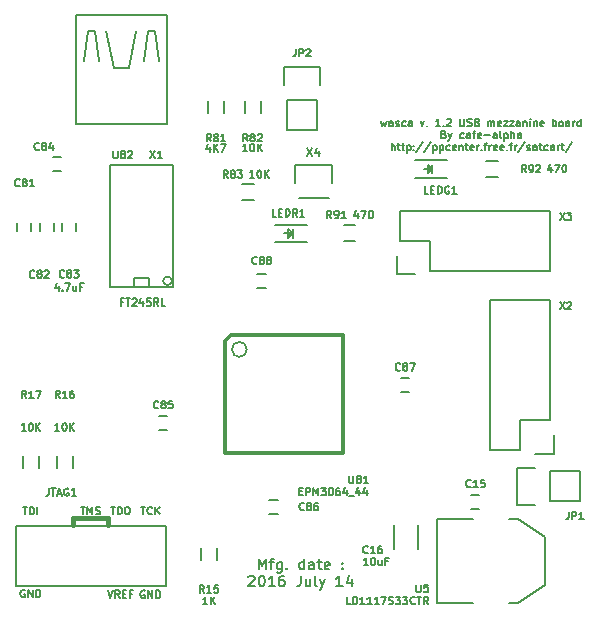
<source format=gto>
G04 #@! TF.FileFunction,Legend,Top*
%FSLAX46Y46*%
G04 Gerber Fmt 4.6, Leading zero omitted, Abs format (unit mm)*
G04 Created by KiCad (PCBNEW 4.0.2-stable) date 14/07/2016 12:59:32*
%MOMM*%
G01*
G04 APERTURE LIST*
%ADD10C,0.152400*%
%ADD11C,0.190500*%
%ADD12C,0.381000*%
%ADD13C,0.127000*%
%ADD14C,0.150000*%
%ADD15C,0.203200*%
%ADD16C,0.304800*%
G04 APERTURE END LIST*
D10*
D11*
X98567428Y-127082091D02*
X98567428Y-126182891D01*
X98867162Y-126825177D01*
X99166895Y-126182891D01*
X99166895Y-127082091D01*
X99466628Y-126482624D02*
X99809180Y-126482624D01*
X99595085Y-127082091D02*
X99595085Y-126311348D01*
X99637904Y-126225710D01*
X99723542Y-126182891D01*
X99809180Y-126182891D01*
X100494286Y-126482624D02*
X100494286Y-127210548D01*
X100451467Y-127296186D01*
X100408648Y-127339005D01*
X100323009Y-127381824D01*
X100194552Y-127381824D01*
X100108914Y-127339005D01*
X100494286Y-127039272D02*
X100408648Y-127082091D01*
X100237371Y-127082091D01*
X100151733Y-127039272D01*
X100108914Y-126996453D01*
X100066095Y-126910815D01*
X100066095Y-126653900D01*
X100108914Y-126568262D01*
X100151733Y-126525443D01*
X100237371Y-126482624D01*
X100408648Y-126482624D01*
X100494286Y-126525443D01*
X100922476Y-126996453D02*
X100965295Y-127039272D01*
X100922476Y-127082091D01*
X100879657Y-127039272D01*
X100922476Y-126996453D01*
X100922476Y-127082091D01*
X102421143Y-127082091D02*
X102421143Y-126182891D01*
X102421143Y-127039272D02*
X102335505Y-127082091D01*
X102164228Y-127082091D01*
X102078590Y-127039272D01*
X102035771Y-126996453D01*
X101992952Y-126910815D01*
X101992952Y-126653900D01*
X102035771Y-126568262D01*
X102078590Y-126525443D01*
X102164228Y-126482624D01*
X102335505Y-126482624D01*
X102421143Y-126525443D01*
X103234705Y-127082091D02*
X103234705Y-126611081D01*
X103191886Y-126525443D01*
X103106248Y-126482624D01*
X102934971Y-126482624D01*
X102849333Y-126525443D01*
X103234705Y-127039272D02*
X103149067Y-127082091D01*
X102934971Y-127082091D01*
X102849333Y-127039272D01*
X102806514Y-126953634D01*
X102806514Y-126867996D01*
X102849333Y-126782358D01*
X102934971Y-126739539D01*
X103149067Y-126739539D01*
X103234705Y-126696720D01*
X103534438Y-126482624D02*
X103876990Y-126482624D01*
X103662895Y-126182891D02*
X103662895Y-126953634D01*
X103705714Y-127039272D01*
X103791352Y-127082091D01*
X103876990Y-127082091D01*
X104519277Y-127039272D02*
X104433639Y-127082091D01*
X104262362Y-127082091D01*
X104176724Y-127039272D01*
X104133905Y-126953634D01*
X104133905Y-126611081D01*
X104176724Y-126525443D01*
X104262362Y-126482624D01*
X104433639Y-126482624D01*
X104519277Y-126525443D01*
X104562096Y-126611081D01*
X104562096Y-126696720D01*
X104133905Y-126782358D01*
X105632572Y-126996453D02*
X105675391Y-127039272D01*
X105632572Y-127082091D01*
X105589753Y-127039272D01*
X105632572Y-126996453D01*
X105632572Y-127082091D01*
X105632572Y-126525443D02*
X105675391Y-126568262D01*
X105632572Y-126611081D01*
X105589753Y-126568262D01*
X105632572Y-126525443D01*
X105632572Y-126611081D01*
X97689637Y-127717909D02*
X97732456Y-127675090D01*
X97818094Y-127632271D01*
X98032190Y-127632271D01*
X98117828Y-127675090D01*
X98160647Y-127717909D01*
X98203466Y-127803547D01*
X98203466Y-127889185D01*
X98160647Y-128017642D01*
X97646818Y-128531471D01*
X98203466Y-128531471D01*
X98760113Y-127632271D02*
X98845752Y-127632271D01*
X98931390Y-127675090D01*
X98974209Y-127717909D01*
X99017028Y-127803547D01*
X99059847Y-127974823D01*
X99059847Y-128188919D01*
X99017028Y-128360195D01*
X98974209Y-128445833D01*
X98931390Y-128488652D01*
X98845752Y-128531471D01*
X98760113Y-128531471D01*
X98674475Y-128488652D01*
X98631656Y-128445833D01*
X98588837Y-128360195D01*
X98546018Y-128188919D01*
X98546018Y-127974823D01*
X98588837Y-127803547D01*
X98631656Y-127717909D01*
X98674475Y-127675090D01*
X98760113Y-127632271D01*
X99916228Y-128531471D02*
X99402399Y-128531471D01*
X99659313Y-128531471D02*
X99659313Y-127632271D01*
X99573675Y-127760728D01*
X99488037Y-127846366D01*
X99402399Y-127889185D01*
X100686971Y-127632271D02*
X100515694Y-127632271D01*
X100430056Y-127675090D01*
X100387237Y-127717909D01*
X100301599Y-127846366D01*
X100258780Y-128017642D01*
X100258780Y-128360195D01*
X100301599Y-128445833D01*
X100344418Y-128488652D01*
X100430056Y-128531471D01*
X100601333Y-128531471D01*
X100686971Y-128488652D01*
X100729790Y-128445833D01*
X100772609Y-128360195D01*
X100772609Y-128146100D01*
X100729790Y-128060461D01*
X100686971Y-128017642D01*
X100601333Y-127974823D01*
X100430056Y-127974823D01*
X100344418Y-128017642D01*
X100301599Y-128060461D01*
X100258780Y-128146100D01*
X102100000Y-127632271D02*
X102100000Y-128274557D01*
X102057180Y-128403014D01*
X101971542Y-128488652D01*
X101843085Y-128531471D01*
X101757447Y-128531471D01*
X102913562Y-127932004D02*
X102913562Y-128531471D01*
X102528190Y-127932004D02*
X102528190Y-128403014D01*
X102571009Y-128488652D01*
X102656647Y-128531471D01*
X102785105Y-128531471D01*
X102870743Y-128488652D01*
X102913562Y-128445833D01*
X103470209Y-128531471D02*
X103384571Y-128488652D01*
X103341752Y-128403014D01*
X103341752Y-127632271D01*
X103727124Y-127932004D02*
X103941219Y-128531471D01*
X104155315Y-127932004D02*
X103941219Y-128531471D01*
X103855581Y-128745566D01*
X103812762Y-128788385D01*
X103727124Y-128831204D01*
X105653982Y-128531471D02*
X105140153Y-128531471D01*
X105397067Y-128531471D02*
X105397067Y-127632271D01*
X105311429Y-127760728D01*
X105225791Y-127846366D01*
X105140153Y-127889185D01*
X106424725Y-127932004D02*
X106424725Y-128531471D01*
X106210629Y-127589452D02*
X105996534Y-128231738D01*
X106553182Y-128231738D01*
D12*
X85800000Y-122700000D02*
X85800000Y-123300000D01*
X82800000Y-122700000D02*
X82800000Y-123300000D01*
D13*
X108903092Y-89147929D02*
X109024045Y-89571262D01*
X109144997Y-89268881D01*
X109265949Y-89571262D01*
X109386902Y-89147929D01*
X109900949Y-89571262D02*
X109900949Y-89238643D01*
X109870711Y-89178167D01*
X109810235Y-89147929D01*
X109689283Y-89147929D01*
X109628806Y-89178167D01*
X109900949Y-89541024D02*
X109840473Y-89571262D01*
X109689283Y-89571262D01*
X109628806Y-89541024D01*
X109598568Y-89480548D01*
X109598568Y-89420071D01*
X109628806Y-89359595D01*
X109689283Y-89329357D01*
X109840473Y-89329357D01*
X109900949Y-89299119D01*
X110173092Y-89541024D02*
X110233569Y-89571262D01*
X110354521Y-89571262D01*
X110414997Y-89541024D01*
X110445235Y-89480548D01*
X110445235Y-89450310D01*
X110414997Y-89389833D01*
X110354521Y-89359595D01*
X110263807Y-89359595D01*
X110203330Y-89329357D01*
X110173092Y-89268881D01*
X110173092Y-89238643D01*
X110203330Y-89178167D01*
X110263807Y-89147929D01*
X110354521Y-89147929D01*
X110414997Y-89178167D01*
X110989521Y-89541024D02*
X110929045Y-89571262D01*
X110808093Y-89571262D01*
X110747617Y-89541024D01*
X110717378Y-89510786D01*
X110687140Y-89450310D01*
X110687140Y-89268881D01*
X110717378Y-89208405D01*
X110747617Y-89178167D01*
X110808093Y-89147929D01*
X110929045Y-89147929D01*
X110989521Y-89178167D01*
X111533807Y-89571262D02*
X111533807Y-89238643D01*
X111503569Y-89178167D01*
X111443093Y-89147929D01*
X111322141Y-89147929D01*
X111261664Y-89178167D01*
X111533807Y-89541024D02*
X111473331Y-89571262D01*
X111322141Y-89571262D01*
X111261664Y-89541024D01*
X111231426Y-89480548D01*
X111231426Y-89420071D01*
X111261664Y-89359595D01*
X111322141Y-89329357D01*
X111473331Y-89329357D01*
X111533807Y-89299119D01*
X112259522Y-89147929D02*
X112410713Y-89571262D01*
X112561903Y-89147929D01*
X112803808Y-89510786D02*
X112834047Y-89541024D01*
X112803808Y-89571262D01*
X112773570Y-89541024D01*
X112803808Y-89510786D01*
X112803808Y-89571262D01*
X113922619Y-89571262D02*
X113559761Y-89571262D01*
X113741190Y-89571262D02*
X113741190Y-88936262D01*
X113680714Y-89026976D01*
X113620238Y-89087452D01*
X113559761Y-89117690D01*
X114194761Y-89510786D02*
X114225000Y-89541024D01*
X114194761Y-89571262D01*
X114164523Y-89541024D01*
X114194761Y-89510786D01*
X114194761Y-89571262D01*
X114466904Y-88996738D02*
X114497142Y-88966500D01*
X114557619Y-88936262D01*
X114708809Y-88936262D01*
X114769285Y-88966500D01*
X114799523Y-88996738D01*
X114829762Y-89057214D01*
X114829762Y-89117690D01*
X114799523Y-89208405D01*
X114436666Y-89571262D01*
X114829762Y-89571262D01*
X115585714Y-88936262D02*
X115585714Y-89450310D01*
X115615953Y-89510786D01*
X115646191Y-89541024D01*
X115706667Y-89571262D01*
X115827619Y-89571262D01*
X115888095Y-89541024D01*
X115918334Y-89510786D01*
X115948572Y-89450310D01*
X115948572Y-88936262D01*
X116220714Y-89541024D02*
X116311429Y-89571262D01*
X116462619Y-89571262D01*
X116523095Y-89541024D01*
X116553333Y-89510786D01*
X116583572Y-89450310D01*
X116583572Y-89389833D01*
X116553333Y-89329357D01*
X116523095Y-89299119D01*
X116462619Y-89268881D01*
X116341667Y-89238643D01*
X116281191Y-89208405D01*
X116250952Y-89178167D01*
X116220714Y-89117690D01*
X116220714Y-89057214D01*
X116250952Y-88996738D01*
X116281191Y-88966500D01*
X116341667Y-88936262D01*
X116492857Y-88936262D01*
X116583572Y-88966500D01*
X117067381Y-89238643D02*
X117158095Y-89268881D01*
X117188334Y-89299119D01*
X117218572Y-89359595D01*
X117218572Y-89450310D01*
X117188334Y-89510786D01*
X117158095Y-89541024D01*
X117097619Y-89571262D01*
X116855714Y-89571262D01*
X116855714Y-88936262D01*
X117067381Y-88936262D01*
X117127857Y-88966500D01*
X117158095Y-88996738D01*
X117188334Y-89057214D01*
X117188334Y-89117690D01*
X117158095Y-89178167D01*
X117127857Y-89208405D01*
X117067381Y-89238643D01*
X116855714Y-89238643D01*
X117974524Y-89571262D02*
X117974524Y-89147929D01*
X117974524Y-89208405D02*
X118004763Y-89178167D01*
X118065239Y-89147929D01*
X118155953Y-89147929D01*
X118216429Y-89178167D01*
X118246667Y-89238643D01*
X118246667Y-89571262D01*
X118246667Y-89238643D02*
X118276905Y-89178167D01*
X118337382Y-89147929D01*
X118428096Y-89147929D01*
X118488572Y-89178167D01*
X118518810Y-89238643D01*
X118518810Y-89571262D01*
X119063096Y-89541024D02*
X119002620Y-89571262D01*
X118881668Y-89571262D01*
X118821191Y-89541024D01*
X118790953Y-89480548D01*
X118790953Y-89238643D01*
X118821191Y-89178167D01*
X118881668Y-89147929D01*
X119002620Y-89147929D01*
X119063096Y-89178167D01*
X119093334Y-89238643D01*
X119093334Y-89299119D01*
X118790953Y-89359595D01*
X119305001Y-89147929D02*
X119637620Y-89147929D01*
X119305001Y-89571262D01*
X119637620Y-89571262D01*
X119819049Y-89147929D02*
X120151668Y-89147929D01*
X119819049Y-89571262D01*
X120151668Y-89571262D01*
X120665716Y-89571262D02*
X120665716Y-89238643D01*
X120635478Y-89178167D01*
X120575002Y-89147929D01*
X120454050Y-89147929D01*
X120393573Y-89178167D01*
X120665716Y-89541024D02*
X120605240Y-89571262D01*
X120454050Y-89571262D01*
X120393573Y-89541024D01*
X120363335Y-89480548D01*
X120363335Y-89420071D01*
X120393573Y-89359595D01*
X120454050Y-89329357D01*
X120605240Y-89329357D01*
X120665716Y-89299119D01*
X120968097Y-89147929D02*
X120968097Y-89571262D01*
X120968097Y-89208405D02*
X120998336Y-89178167D01*
X121058812Y-89147929D01*
X121149526Y-89147929D01*
X121210002Y-89178167D01*
X121240240Y-89238643D01*
X121240240Y-89571262D01*
X121542621Y-89571262D02*
X121542621Y-89147929D01*
X121542621Y-88936262D02*
X121512383Y-88966500D01*
X121542621Y-88996738D01*
X121572860Y-88966500D01*
X121542621Y-88936262D01*
X121542621Y-88996738D01*
X121845002Y-89147929D02*
X121845002Y-89571262D01*
X121845002Y-89208405D02*
X121875241Y-89178167D01*
X121935717Y-89147929D01*
X122026431Y-89147929D01*
X122086907Y-89178167D01*
X122117145Y-89238643D01*
X122117145Y-89571262D01*
X122661431Y-89541024D02*
X122600955Y-89571262D01*
X122480003Y-89571262D01*
X122419526Y-89541024D01*
X122389288Y-89480548D01*
X122389288Y-89238643D01*
X122419526Y-89178167D01*
X122480003Y-89147929D01*
X122600955Y-89147929D01*
X122661431Y-89178167D01*
X122691669Y-89238643D01*
X122691669Y-89299119D01*
X122389288Y-89359595D01*
X123447622Y-89571262D02*
X123447622Y-88936262D01*
X123447622Y-89178167D02*
X123508099Y-89147929D01*
X123629051Y-89147929D01*
X123689527Y-89178167D01*
X123719765Y-89208405D01*
X123750003Y-89268881D01*
X123750003Y-89450310D01*
X123719765Y-89510786D01*
X123689527Y-89541024D01*
X123629051Y-89571262D01*
X123508099Y-89571262D01*
X123447622Y-89541024D01*
X124112861Y-89571262D02*
X124052385Y-89541024D01*
X124022146Y-89510786D01*
X123991908Y-89450310D01*
X123991908Y-89268881D01*
X124022146Y-89208405D01*
X124052385Y-89178167D01*
X124112861Y-89147929D01*
X124203575Y-89147929D01*
X124264051Y-89178167D01*
X124294289Y-89208405D01*
X124324527Y-89268881D01*
X124324527Y-89450310D01*
X124294289Y-89510786D01*
X124264051Y-89541024D01*
X124203575Y-89571262D01*
X124112861Y-89571262D01*
X124868813Y-89571262D02*
X124868813Y-89238643D01*
X124838575Y-89178167D01*
X124778099Y-89147929D01*
X124657147Y-89147929D01*
X124596670Y-89178167D01*
X124868813Y-89541024D02*
X124808337Y-89571262D01*
X124657147Y-89571262D01*
X124596670Y-89541024D01*
X124566432Y-89480548D01*
X124566432Y-89420071D01*
X124596670Y-89359595D01*
X124657147Y-89329357D01*
X124808337Y-89329357D01*
X124868813Y-89299119D01*
X125171194Y-89571262D02*
X125171194Y-89147929D01*
X125171194Y-89268881D02*
X125201433Y-89208405D01*
X125231671Y-89178167D01*
X125292147Y-89147929D01*
X125352623Y-89147929D01*
X125836432Y-89571262D02*
X125836432Y-88936262D01*
X125836432Y-89541024D02*
X125775956Y-89571262D01*
X125655004Y-89571262D01*
X125594528Y-89541024D01*
X125564289Y-89510786D01*
X125534051Y-89450310D01*
X125534051Y-89268881D01*
X125564289Y-89208405D01*
X125594528Y-89178167D01*
X125655004Y-89147929D01*
X125775956Y-89147929D01*
X125836432Y-89178167D01*
X114240118Y-90254643D02*
X114330832Y-90284881D01*
X114361071Y-90315119D01*
X114391309Y-90375595D01*
X114391309Y-90466310D01*
X114361071Y-90526786D01*
X114330832Y-90557024D01*
X114270356Y-90587262D01*
X114028451Y-90587262D01*
X114028451Y-89952262D01*
X114240118Y-89952262D01*
X114300594Y-89982500D01*
X114330832Y-90012738D01*
X114361071Y-90073214D01*
X114361071Y-90133690D01*
X114330832Y-90194167D01*
X114300594Y-90224405D01*
X114240118Y-90254643D01*
X114028451Y-90254643D01*
X114602975Y-90163929D02*
X114754166Y-90587262D01*
X114905356Y-90163929D02*
X114754166Y-90587262D01*
X114693690Y-90738452D01*
X114663451Y-90768690D01*
X114602975Y-90798929D01*
X115903214Y-90557024D02*
X115842738Y-90587262D01*
X115721786Y-90587262D01*
X115661310Y-90557024D01*
X115631071Y-90526786D01*
X115600833Y-90466310D01*
X115600833Y-90284881D01*
X115631071Y-90224405D01*
X115661310Y-90194167D01*
X115721786Y-90163929D01*
X115842738Y-90163929D01*
X115903214Y-90194167D01*
X116447500Y-90587262D02*
X116447500Y-90254643D01*
X116417262Y-90194167D01*
X116356786Y-90163929D01*
X116235834Y-90163929D01*
X116175357Y-90194167D01*
X116447500Y-90557024D02*
X116387024Y-90587262D01*
X116235834Y-90587262D01*
X116175357Y-90557024D01*
X116145119Y-90496548D01*
X116145119Y-90436071D01*
X116175357Y-90375595D01*
X116235834Y-90345357D01*
X116387024Y-90345357D01*
X116447500Y-90315119D01*
X116659167Y-90163929D02*
X116901072Y-90163929D01*
X116749881Y-90587262D02*
X116749881Y-90042976D01*
X116780120Y-89982500D01*
X116840596Y-89952262D01*
X116901072Y-89952262D01*
X117354643Y-90557024D02*
X117294167Y-90587262D01*
X117173215Y-90587262D01*
X117112738Y-90557024D01*
X117082500Y-90496548D01*
X117082500Y-90254643D01*
X117112738Y-90194167D01*
X117173215Y-90163929D01*
X117294167Y-90163929D01*
X117354643Y-90194167D01*
X117384881Y-90254643D01*
X117384881Y-90315119D01*
X117082500Y-90375595D01*
X117657024Y-90345357D02*
X118140834Y-90345357D01*
X118715357Y-90587262D02*
X118715357Y-90254643D01*
X118685119Y-90194167D01*
X118624643Y-90163929D01*
X118503691Y-90163929D01*
X118443214Y-90194167D01*
X118715357Y-90557024D02*
X118654881Y-90587262D01*
X118503691Y-90587262D01*
X118443214Y-90557024D01*
X118412976Y-90496548D01*
X118412976Y-90436071D01*
X118443214Y-90375595D01*
X118503691Y-90345357D01*
X118654881Y-90345357D01*
X118715357Y-90315119D01*
X119108453Y-90587262D02*
X119047977Y-90557024D01*
X119017738Y-90496548D01*
X119017738Y-89952262D01*
X119350357Y-90163929D02*
X119350357Y-90798929D01*
X119350357Y-90194167D02*
X119410834Y-90163929D01*
X119531786Y-90163929D01*
X119592262Y-90194167D01*
X119622500Y-90224405D01*
X119652738Y-90284881D01*
X119652738Y-90466310D01*
X119622500Y-90526786D01*
X119592262Y-90557024D01*
X119531786Y-90587262D01*
X119410834Y-90587262D01*
X119350357Y-90557024D01*
X119924881Y-90587262D02*
X119924881Y-89952262D01*
X120197024Y-90587262D02*
X120197024Y-90254643D01*
X120166786Y-90194167D01*
X120106310Y-90163929D01*
X120015596Y-90163929D01*
X119955120Y-90194167D01*
X119924881Y-90224405D01*
X120771548Y-90587262D02*
X120771548Y-90254643D01*
X120741310Y-90194167D01*
X120680834Y-90163929D01*
X120559882Y-90163929D01*
X120499405Y-90194167D01*
X120771548Y-90557024D02*
X120711072Y-90587262D01*
X120559882Y-90587262D01*
X120499405Y-90557024D01*
X120469167Y-90496548D01*
X120469167Y-90436071D01*
X120499405Y-90375595D01*
X120559882Y-90345357D01*
X120711072Y-90345357D01*
X120771548Y-90315119D01*
X109810237Y-91603262D02*
X109810237Y-90968262D01*
X110082380Y-91603262D02*
X110082380Y-91270643D01*
X110052142Y-91210167D01*
X109991666Y-91179929D01*
X109900952Y-91179929D01*
X109840476Y-91210167D01*
X109810237Y-91240405D01*
X110294047Y-91179929D02*
X110535952Y-91179929D01*
X110384761Y-90968262D02*
X110384761Y-91512548D01*
X110415000Y-91573024D01*
X110475476Y-91603262D01*
X110535952Y-91603262D01*
X110656904Y-91179929D02*
X110898809Y-91179929D01*
X110747618Y-90968262D02*
X110747618Y-91512548D01*
X110777857Y-91573024D01*
X110838333Y-91603262D01*
X110898809Y-91603262D01*
X111110475Y-91179929D02*
X111110475Y-91814929D01*
X111110475Y-91210167D02*
X111170952Y-91179929D01*
X111291904Y-91179929D01*
X111352380Y-91210167D01*
X111382618Y-91240405D01*
X111412856Y-91300881D01*
X111412856Y-91482310D01*
X111382618Y-91542786D01*
X111352380Y-91573024D01*
X111291904Y-91603262D01*
X111170952Y-91603262D01*
X111110475Y-91573024D01*
X111684999Y-91542786D02*
X111715238Y-91573024D01*
X111684999Y-91603262D01*
X111654761Y-91573024D01*
X111684999Y-91542786D01*
X111684999Y-91603262D01*
X111684999Y-91210167D02*
X111715238Y-91240405D01*
X111684999Y-91270643D01*
X111654761Y-91240405D01*
X111684999Y-91210167D01*
X111684999Y-91270643D01*
X112440952Y-90938024D02*
X111896666Y-91754452D01*
X113106190Y-90938024D02*
X112561904Y-91754452D01*
X113317856Y-91179929D02*
X113317856Y-91814929D01*
X113317856Y-91210167D02*
X113378333Y-91179929D01*
X113499285Y-91179929D01*
X113559761Y-91210167D01*
X113589999Y-91240405D01*
X113620237Y-91300881D01*
X113620237Y-91482310D01*
X113589999Y-91542786D01*
X113559761Y-91573024D01*
X113499285Y-91603262D01*
X113378333Y-91603262D01*
X113317856Y-91573024D01*
X113892380Y-91179929D02*
X113892380Y-91814929D01*
X113892380Y-91210167D02*
X113952857Y-91179929D01*
X114073809Y-91179929D01*
X114134285Y-91210167D01*
X114164523Y-91240405D01*
X114194761Y-91300881D01*
X114194761Y-91482310D01*
X114164523Y-91542786D01*
X114134285Y-91573024D01*
X114073809Y-91603262D01*
X113952857Y-91603262D01*
X113892380Y-91573024D01*
X114739047Y-91573024D02*
X114678571Y-91603262D01*
X114557619Y-91603262D01*
X114497143Y-91573024D01*
X114466904Y-91542786D01*
X114436666Y-91482310D01*
X114436666Y-91300881D01*
X114466904Y-91240405D01*
X114497143Y-91210167D01*
X114557619Y-91179929D01*
X114678571Y-91179929D01*
X114739047Y-91210167D01*
X115253095Y-91573024D02*
X115192619Y-91603262D01*
X115071667Y-91603262D01*
X115011190Y-91573024D01*
X114980952Y-91512548D01*
X114980952Y-91270643D01*
X115011190Y-91210167D01*
X115071667Y-91179929D01*
X115192619Y-91179929D01*
X115253095Y-91210167D01*
X115283333Y-91270643D01*
X115283333Y-91331119D01*
X114980952Y-91391595D01*
X115555476Y-91179929D02*
X115555476Y-91603262D01*
X115555476Y-91240405D02*
X115585715Y-91210167D01*
X115646191Y-91179929D01*
X115736905Y-91179929D01*
X115797381Y-91210167D01*
X115827619Y-91270643D01*
X115827619Y-91603262D01*
X116039286Y-91179929D02*
X116281191Y-91179929D01*
X116130000Y-90968262D02*
X116130000Y-91512548D01*
X116160239Y-91573024D01*
X116220715Y-91603262D01*
X116281191Y-91603262D01*
X116734762Y-91573024D02*
X116674286Y-91603262D01*
X116553334Y-91603262D01*
X116492857Y-91573024D01*
X116462619Y-91512548D01*
X116462619Y-91270643D01*
X116492857Y-91210167D01*
X116553334Y-91179929D01*
X116674286Y-91179929D01*
X116734762Y-91210167D01*
X116765000Y-91270643D01*
X116765000Y-91331119D01*
X116462619Y-91391595D01*
X117037143Y-91603262D02*
X117037143Y-91179929D01*
X117037143Y-91300881D02*
X117067382Y-91240405D01*
X117097620Y-91210167D01*
X117158096Y-91179929D01*
X117218572Y-91179929D01*
X117430238Y-91542786D02*
X117460477Y-91573024D01*
X117430238Y-91603262D01*
X117400000Y-91573024D01*
X117430238Y-91542786D01*
X117430238Y-91603262D01*
X117641905Y-91179929D02*
X117883810Y-91179929D01*
X117732619Y-91603262D02*
X117732619Y-91058976D01*
X117762858Y-90998500D01*
X117823334Y-90968262D01*
X117883810Y-90968262D01*
X118095476Y-91603262D02*
X118095476Y-91179929D01*
X118095476Y-91300881D02*
X118125715Y-91240405D01*
X118155953Y-91210167D01*
X118216429Y-91179929D01*
X118276905Y-91179929D01*
X118730476Y-91573024D02*
X118670000Y-91603262D01*
X118549048Y-91603262D01*
X118488571Y-91573024D01*
X118458333Y-91512548D01*
X118458333Y-91270643D01*
X118488571Y-91210167D01*
X118549048Y-91179929D01*
X118670000Y-91179929D01*
X118730476Y-91210167D01*
X118760714Y-91270643D01*
X118760714Y-91331119D01*
X118458333Y-91391595D01*
X119274762Y-91573024D02*
X119214286Y-91603262D01*
X119093334Y-91603262D01*
X119032857Y-91573024D01*
X119002619Y-91512548D01*
X119002619Y-91270643D01*
X119032857Y-91210167D01*
X119093334Y-91179929D01*
X119214286Y-91179929D01*
X119274762Y-91210167D01*
X119305000Y-91270643D01*
X119305000Y-91331119D01*
X119002619Y-91391595D01*
X119577143Y-91542786D02*
X119607382Y-91573024D01*
X119577143Y-91603262D01*
X119546905Y-91573024D01*
X119577143Y-91542786D01*
X119577143Y-91603262D01*
X119788810Y-91179929D02*
X120030715Y-91179929D01*
X119879524Y-91603262D02*
X119879524Y-91058976D01*
X119909763Y-90998500D01*
X119970239Y-90968262D01*
X120030715Y-90968262D01*
X120242381Y-91603262D02*
X120242381Y-91179929D01*
X120242381Y-91300881D02*
X120272620Y-91240405D01*
X120302858Y-91210167D01*
X120363334Y-91179929D01*
X120423810Y-91179929D01*
X121089048Y-90938024D02*
X120544762Y-91754452D01*
X121270476Y-91573024D02*
X121330953Y-91603262D01*
X121451905Y-91603262D01*
X121512381Y-91573024D01*
X121542619Y-91512548D01*
X121542619Y-91482310D01*
X121512381Y-91421833D01*
X121451905Y-91391595D01*
X121361191Y-91391595D01*
X121300714Y-91361357D01*
X121270476Y-91300881D01*
X121270476Y-91270643D01*
X121300714Y-91210167D01*
X121361191Y-91179929D01*
X121451905Y-91179929D01*
X121512381Y-91210167D01*
X122086905Y-91603262D02*
X122086905Y-91270643D01*
X122056667Y-91210167D01*
X121996191Y-91179929D01*
X121875239Y-91179929D01*
X121814762Y-91210167D01*
X122086905Y-91573024D02*
X122026429Y-91603262D01*
X121875239Y-91603262D01*
X121814762Y-91573024D01*
X121784524Y-91512548D01*
X121784524Y-91452071D01*
X121814762Y-91391595D01*
X121875239Y-91361357D01*
X122026429Y-91361357D01*
X122086905Y-91331119D01*
X122298572Y-91179929D02*
X122540477Y-91179929D01*
X122389286Y-90968262D02*
X122389286Y-91512548D01*
X122419525Y-91573024D01*
X122480001Y-91603262D01*
X122540477Y-91603262D01*
X123024286Y-91573024D02*
X122963810Y-91603262D01*
X122842858Y-91603262D01*
X122782382Y-91573024D01*
X122752143Y-91542786D01*
X122721905Y-91482310D01*
X122721905Y-91300881D01*
X122752143Y-91240405D01*
X122782382Y-91210167D01*
X122842858Y-91179929D01*
X122963810Y-91179929D01*
X123024286Y-91210167D01*
X123568572Y-91603262D02*
X123568572Y-91270643D01*
X123538334Y-91210167D01*
X123477858Y-91179929D01*
X123356906Y-91179929D01*
X123296429Y-91210167D01*
X123568572Y-91573024D02*
X123508096Y-91603262D01*
X123356906Y-91603262D01*
X123296429Y-91573024D01*
X123266191Y-91512548D01*
X123266191Y-91452071D01*
X123296429Y-91391595D01*
X123356906Y-91361357D01*
X123508096Y-91361357D01*
X123568572Y-91331119D01*
X123870953Y-91603262D02*
X123870953Y-91179929D01*
X123870953Y-91300881D02*
X123901192Y-91240405D01*
X123931430Y-91210167D01*
X123991906Y-91179929D01*
X124052382Y-91179929D01*
X124173334Y-91179929D02*
X124415239Y-91179929D01*
X124264048Y-90968262D02*
X124264048Y-91512548D01*
X124294287Y-91573024D01*
X124354763Y-91603262D01*
X124415239Y-91603262D01*
X125080477Y-90938024D02*
X124536191Y-91754452D01*
D12*
X82800000Y-122700000D02*
X85800000Y-122700000D01*
D14*
X78575000Y-118500000D02*
X78575000Y-117500000D01*
X79925000Y-117500000D02*
X79925000Y-118500000D01*
X81450000Y-118500000D02*
X81450000Y-117500000D01*
X82800000Y-117500000D02*
X82800000Y-118500000D01*
X93675000Y-126300000D02*
X93675000Y-125300000D01*
X95025000Y-125300000D02*
X95025000Y-126300000D01*
X117225000Y-121975000D02*
X116525000Y-121975000D01*
X116525000Y-120775000D02*
X117225000Y-120775000D01*
X116726000Y-122844000D02*
X113678000Y-122844000D01*
X113678000Y-122844000D02*
X113678000Y-129956000D01*
X113678000Y-129956000D02*
X116726000Y-129956000D01*
X119774000Y-122844000D02*
X120536000Y-122844000D01*
X120536000Y-122844000D02*
X122822000Y-124368000D01*
X122822000Y-124368000D02*
X122822000Y-128432000D01*
X122822000Y-128432000D02*
X120536000Y-129956000D01*
X120536000Y-129956000D02*
X119774000Y-129956000D01*
D15*
X77975000Y-128490000D02*
X90675000Y-128490000D01*
X90675000Y-128490000D02*
X90675000Y-123410000D01*
X90675000Y-123410000D02*
X77975000Y-123410000D01*
X77975000Y-123410000D02*
X77975000Y-128490000D01*
D14*
X103495000Y-87345000D02*
X103495000Y-89885000D01*
X103775000Y-84525000D02*
X103775000Y-86075000D01*
X103495000Y-87345000D02*
X100955000Y-87345000D01*
X100675000Y-86075000D02*
X100675000Y-84525000D01*
X100675000Y-84525000D02*
X103775000Y-84525000D01*
X100955000Y-87345000D02*
X100955000Y-89885000D01*
X100955000Y-89885000D02*
X103495000Y-89885000D01*
D16*
X105728800Y-107271200D02*
X105728800Y-117278800D01*
X105728800Y-117278800D02*
X95721200Y-117278800D01*
X95721200Y-107753800D02*
X95721200Y-117278800D01*
X96203800Y-107271200D02*
X105728800Y-107271200D01*
X95721200Y-107753800D02*
X96203800Y-107271200D01*
D15*
X97550000Y-108465000D02*
G75*
G03X97550000Y-108465000I-635000J0D01*
G01*
D13*
X91193210Y-102672000D02*
G75*
G03X91193210Y-102672000I-359210J0D01*
G01*
X88040000Y-103180000D02*
X88040000Y-102418000D01*
X88040000Y-102418000D02*
X89310000Y-102418000D01*
X89310000Y-102418000D02*
X89310000Y-103180000D01*
X91342000Y-92893000D02*
X91342000Y-103180000D01*
X86008000Y-103180000D02*
X86008000Y-92893000D01*
X86008000Y-103180000D02*
X91342000Y-103180000D01*
X86008000Y-92893000D02*
X91342000Y-92893000D01*
X90773100Y-80151320D02*
X83076900Y-80151320D01*
X90773100Y-80151320D02*
X90773100Y-89399460D01*
X90773100Y-89399460D02*
X83076900Y-89399460D01*
X83076900Y-89399460D02*
X83076900Y-80151320D01*
X88195000Y-81487360D02*
X87560000Y-84662360D01*
X87560000Y-84662360D02*
X86290000Y-84662360D01*
X86290000Y-84662360D02*
X85655000Y-81487360D01*
X83750000Y-84027360D02*
X84067500Y-81487360D01*
X84067500Y-81487360D02*
X84702500Y-81487360D01*
X84702500Y-81487360D02*
X85020000Y-84027360D01*
X90100000Y-84027360D02*
X89782500Y-81487360D01*
X89782500Y-81487360D02*
X89147500Y-81487360D01*
X89147500Y-81487360D02*
X88830000Y-84027360D01*
D14*
X95600000Y-87425000D02*
X95600000Y-88425000D01*
X94250000Y-88425000D02*
X94250000Y-87425000D01*
X97375000Y-88425000D02*
X97375000Y-87425000D01*
X98725000Y-87425000D02*
X98725000Y-88425000D01*
X97125000Y-94450000D02*
X98125000Y-94450000D01*
X98125000Y-95800000D02*
X97125000Y-95800000D01*
X79300000Y-97725000D02*
X79300000Y-98425000D01*
X78100000Y-98425000D02*
X78100000Y-97725000D01*
X81200000Y-97725000D02*
X81200000Y-98425000D01*
X80000000Y-98425000D02*
X80000000Y-97725000D01*
X83100000Y-97725000D02*
X83100000Y-98425000D01*
X81900000Y-98425000D02*
X81900000Y-97725000D01*
X81850000Y-93400000D02*
X81150000Y-93400000D01*
X81150000Y-92200000D02*
X81850000Y-92200000D01*
X90825000Y-115275000D02*
X90125000Y-115275000D01*
X90125000Y-114075000D02*
X90825000Y-114075000D01*
X100150000Y-122400000D02*
X99450000Y-122400000D01*
X99450000Y-121200000D02*
X100150000Y-121200000D01*
X110600000Y-110875000D02*
X111300000Y-110875000D01*
X111300000Y-112075000D02*
X110600000Y-112075000D01*
X98450000Y-102100000D02*
X99150000Y-102100000D01*
X99150000Y-103300000D02*
X98450000Y-103300000D01*
X110025000Y-123375000D02*
X110025000Y-125375000D01*
X112075000Y-125375000D02*
X112075000Y-123375000D01*
X118165000Y-117020000D02*
X118165000Y-104320000D01*
X118165000Y-104320000D02*
X123245000Y-104320000D01*
X123245000Y-104320000D02*
X123245000Y-114480000D01*
X118165000Y-117020000D02*
X120705000Y-117020000D01*
X121975000Y-117300000D02*
X123525000Y-117300000D01*
X120705000Y-117020000D02*
X120705000Y-114480000D01*
X120705000Y-114480000D02*
X123245000Y-114480000D01*
X123525000Y-117300000D02*
X123525000Y-115750000D01*
X110555000Y-96740000D02*
X123255000Y-96740000D01*
X123255000Y-96740000D02*
X123255000Y-101820000D01*
X123255000Y-101820000D02*
X113095000Y-101820000D01*
X110555000Y-96740000D02*
X110555000Y-99280000D01*
X110275000Y-100550000D02*
X110275000Y-102100000D01*
X110555000Y-99280000D02*
X113095000Y-99280000D01*
X113095000Y-99280000D02*
X113095000Y-101820000D01*
X110275000Y-102100000D02*
X111825000Y-102100000D01*
X123245000Y-118780000D02*
X125785000Y-118780000D01*
X120425000Y-118500000D02*
X121975000Y-118500000D01*
X123245000Y-118780000D02*
X123245000Y-121320000D01*
X121975000Y-121600000D02*
X120425000Y-121600000D01*
X120425000Y-121600000D02*
X120425000Y-118500000D01*
X123245000Y-121320000D02*
X125785000Y-121320000D01*
X125785000Y-121320000D02*
X125785000Y-118780000D01*
X114475000Y-92450000D02*
X111775000Y-92450000D01*
X114475000Y-93950000D02*
X111775000Y-93950000D01*
X112975000Y-93050000D02*
X112975000Y-93300000D01*
X112975000Y-93300000D02*
X113125000Y-93150000D01*
X113225000Y-93550000D02*
X113225000Y-92850000D01*
X112875000Y-93200000D02*
X112525000Y-93200000D01*
X113225000Y-93200000D02*
X112875000Y-93550000D01*
X112875000Y-93550000D02*
X112875000Y-92850000D01*
X112875000Y-92850000D02*
X113225000Y-93200000D01*
X102675000Y-97900000D02*
X99975000Y-97900000D01*
X102675000Y-99400000D02*
X99975000Y-99400000D01*
X101175000Y-98500000D02*
X101175000Y-98750000D01*
X101175000Y-98750000D02*
X101325000Y-98600000D01*
X101425000Y-99000000D02*
X101425000Y-98300000D01*
X101075000Y-98650000D02*
X100725000Y-98650000D01*
X101425000Y-98650000D02*
X101075000Y-99000000D01*
X101075000Y-99000000D02*
X101075000Y-98300000D01*
X101075000Y-98300000D02*
X101425000Y-98650000D01*
X105750000Y-97975000D02*
X106750000Y-97975000D01*
X106750000Y-99325000D02*
X105750000Y-99325000D01*
X117800000Y-92525000D02*
X118800000Y-92525000D01*
X118800000Y-93875000D02*
X117800000Y-93875000D01*
X104750000Y-92850000D02*
X104750000Y-94400000D01*
X101650000Y-94400000D02*
X101650000Y-92850000D01*
X101650000Y-92850000D02*
X104750000Y-92850000D01*
X101930000Y-95670000D02*
X104470000Y-95670000D01*
D13*
X78891786Y-112587262D02*
X78680119Y-112284881D01*
X78528928Y-112587262D02*
X78528928Y-111952262D01*
X78770833Y-111952262D01*
X78831309Y-111982500D01*
X78861548Y-112012738D01*
X78891786Y-112073214D01*
X78891786Y-112163929D01*
X78861548Y-112224405D01*
X78831309Y-112254643D01*
X78770833Y-112284881D01*
X78528928Y-112284881D01*
X79496548Y-112587262D02*
X79133690Y-112587262D01*
X79315119Y-112587262D02*
X79315119Y-111952262D01*
X79254643Y-112042976D01*
X79194167Y-112103452D01*
X79133690Y-112133690D01*
X79708214Y-111952262D02*
X80131548Y-111952262D01*
X79859405Y-112587262D01*
X78836548Y-115362262D02*
X78473690Y-115362262D01*
X78655119Y-115362262D02*
X78655119Y-114727262D01*
X78594643Y-114817976D01*
X78534167Y-114878452D01*
X78473690Y-114908690D01*
X79229643Y-114727262D02*
X79290119Y-114727262D01*
X79350595Y-114757500D01*
X79380833Y-114787738D01*
X79411071Y-114848214D01*
X79441310Y-114969167D01*
X79441310Y-115120357D01*
X79411071Y-115241310D01*
X79380833Y-115301786D01*
X79350595Y-115332024D01*
X79290119Y-115362262D01*
X79229643Y-115362262D01*
X79169167Y-115332024D01*
X79138929Y-115301786D01*
X79108690Y-115241310D01*
X79078452Y-115120357D01*
X79078452Y-114969167D01*
X79108690Y-114848214D01*
X79138929Y-114787738D01*
X79169167Y-114757500D01*
X79229643Y-114727262D01*
X79713452Y-115362262D02*
X79713452Y-114727262D01*
X80076310Y-115362262D02*
X79804167Y-114999405D01*
X80076310Y-114727262D02*
X79713452Y-115090119D01*
X81716786Y-112587262D02*
X81505119Y-112284881D01*
X81353928Y-112587262D02*
X81353928Y-111952262D01*
X81595833Y-111952262D01*
X81656309Y-111982500D01*
X81686548Y-112012738D01*
X81716786Y-112073214D01*
X81716786Y-112163929D01*
X81686548Y-112224405D01*
X81656309Y-112254643D01*
X81595833Y-112284881D01*
X81353928Y-112284881D01*
X82321548Y-112587262D02*
X81958690Y-112587262D01*
X82140119Y-112587262D02*
X82140119Y-111952262D01*
X82079643Y-112042976D01*
X82019167Y-112103452D01*
X81958690Y-112133690D01*
X82865833Y-111952262D02*
X82744881Y-111952262D01*
X82684405Y-111982500D01*
X82654167Y-112012738D01*
X82593690Y-112103452D01*
X82563452Y-112224405D01*
X82563452Y-112466310D01*
X82593690Y-112526786D01*
X82623929Y-112557024D01*
X82684405Y-112587262D01*
X82805357Y-112587262D01*
X82865833Y-112557024D01*
X82896071Y-112526786D01*
X82926310Y-112466310D01*
X82926310Y-112315119D01*
X82896071Y-112254643D01*
X82865833Y-112224405D01*
X82805357Y-112194167D01*
X82684405Y-112194167D01*
X82623929Y-112224405D01*
X82593690Y-112254643D01*
X82563452Y-112315119D01*
X81686548Y-115362262D02*
X81323690Y-115362262D01*
X81505119Y-115362262D02*
X81505119Y-114727262D01*
X81444643Y-114817976D01*
X81384167Y-114878452D01*
X81323690Y-114908690D01*
X82079643Y-114727262D02*
X82140119Y-114727262D01*
X82200595Y-114757500D01*
X82230833Y-114787738D01*
X82261071Y-114848214D01*
X82291310Y-114969167D01*
X82291310Y-115120357D01*
X82261071Y-115241310D01*
X82230833Y-115301786D01*
X82200595Y-115332024D01*
X82140119Y-115362262D01*
X82079643Y-115362262D01*
X82019167Y-115332024D01*
X81988929Y-115301786D01*
X81958690Y-115241310D01*
X81928452Y-115120357D01*
X81928452Y-114969167D01*
X81958690Y-114848214D01*
X81988929Y-114787738D01*
X82019167Y-114757500D01*
X82079643Y-114727262D01*
X82563452Y-115362262D02*
X82563452Y-114727262D01*
X82926310Y-115362262D02*
X82654167Y-114999405D01*
X82926310Y-114727262D02*
X82563452Y-115090119D01*
X93941786Y-129062262D02*
X93730119Y-128759881D01*
X93578928Y-129062262D02*
X93578928Y-128427262D01*
X93820833Y-128427262D01*
X93881309Y-128457500D01*
X93911548Y-128487738D01*
X93941786Y-128548214D01*
X93941786Y-128638929D01*
X93911548Y-128699405D01*
X93881309Y-128729643D01*
X93820833Y-128759881D01*
X93578928Y-128759881D01*
X94546548Y-129062262D02*
X94183690Y-129062262D01*
X94365119Y-129062262D02*
X94365119Y-128427262D01*
X94304643Y-128517976D01*
X94244167Y-128578452D01*
X94183690Y-128608690D01*
X95121071Y-128427262D02*
X94818690Y-128427262D01*
X94788452Y-128729643D01*
X94818690Y-128699405D01*
X94879167Y-128669167D01*
X95030357Y-128669167D01*
X95090833Y-128699405D01*
X95121071Y-128729643D01*
X95151310Y-128790119D01*
X95151310Y-128941310D01*
X95121071Y-129001786D01*
X95090833Y-129032024D01*
X95030357Y-129062262D01*
X94879167Y-129062262D01*
X94818690Y-129032024D01*
X94788452Y-129001786D01*
X94213929Y-130062262D02*
X93851071Y-130062262D01*
X94032500Y-130062262D02*
X94032500Y-129427262D01*
X93972024Y-129517976D01*
X93911548Y-129578452D01*
X93851071Y-129608690D01*
X94486071Y-130062262D02*
X94486071Y-129427262D01*
X94848929Y-130062262D02*
X94576786Y-129699405D01*
X94848929Y-129427262D02*
X94486071Y-129790119D01*
X116491786Y-120076786D02*
X116461548Y-120107024D01*
X116370833Y-120137262D01*
X116310357Y-120137262D01*
X116219643Y-120107024D01*
X116159167Y-120046548D01*
X116128928Y-119986071D01*
X116098690Y-119865119D01*
X116098690Y-119774405D01*
X116128928Y-119653452D01*
X116159167Y-119592976D01*
X116219643Y-119532500D01*
X116310357Y-119502262D01*
X116370833Y-119502262D01*
X116461548Y-119532500D01*
X116491786Y-119562738D01*
X117096548Y-120137262D02*
X116733690Y-120137262D01*
X116915119Y-120137262D02*
X116915119Y-119502262D01*
X116854643Y-119592976D01*
X116794167Y-119653452D01*
X116733690Y-119683690D01*
X117671071Y-119502262D02*
X117368690Y-119502262D01*
X117338452Y-119804643D01*
X117368690Y-119774405D01*
X117429167Y-119744167D01*
X117580357Y-119744167D01*
X117640833Y-119774405D01*
X117671071Y-119804643D01*
X117701310Y-119865119D01*
X117701310Y-120016310D01*
X117671071Y-120076786D01*
X117640833Y-120107024D01*
X117580357Y-120137262D01*
X117429167Y-120137262D01*
X117368690Y-120107024D01*
X117338452Y-120076786D01*
X111916190Y-128377262D02*
X111916190Y-128891310D01*
X111946429Y-128951786D01*
X111976667Y-128982024D01*
X112037143Y-129012262D01*
X112158095Y-129012262D01*
X112218571Y-128982024D01*
X112248810Y-128951786D01*
X112279048Y-128891310D01*
X112279048Y-128377262D01*
X112883809Y-128377262D02*
X112581428Y-128377262D01*
X112551190Y-128679643D01*
X112581428Y-128649405D01*
X112641905Y-128619167D01*
X112793095Y-128619167D01*
X112853571Y-128649405D01*
X112883809Y-128679643D01*
X112914048Y-128740119D01*
X112914048Y-128891310D01*
X112883809Y-128951786D01*
X112853571Y-128982024D01*
X112793095Y-129012262D01*
X112641905Y-129012262D01*
X112581428Y-128982024D01*
X112551190Y-128951786D01*
X106335475Y-130037262D02*
X106033094Y-130037262D01*
X106033094Y-129402262D01*
X106547142Y-130037262D02*
X106547142Y-129402262D01*
X106698333Y-129402262D01*
X106789047Y-129432500D01*
X106849523Y-129492976D01*
X106879762Y-129553452D01*
X106910000Y-129674405D01*
X106910000Y-129765119D01*
X106879762Y-129886071D01*
X106849523Y-129946548D01*
X106789047Y-130007024D01*
X106698333Y-130037262D01*
X106547142Y-130037262D01*
X107514762Y-130037262D02*
X107151904Y-130037262D01*
X107333333Y-130037262D02*
X107333333Y-129402262D01*
X107272857Y-129492976D01*
X107212381Y-129553452D01*
X107151904Y-129583690D01*
X108119524Y-130037262D02*
X107756666Y-130037262D01*
X107938095Y-130037262D02*
X107938095Y-129402262D01*
X107877619Y-129492976D01*
X107817143Y-129553452D01*
X107756666Y-129583690D01*
X108724286Y-130037262D02*
X108361428Y-130037262D01*
X108542857Y-130037262D02*
X108542857Y-129402262D01*
X108482381Y-129492976D01*
X108421905Y-129553452D01*
X108361428Y-129583690D01*
X108935952Y-129402262D02*
X109359286Y-129402262D01*
X109087143Y-130037262D01*
X109570952Y-130007024D02*
X109661667Y-130037262D01*
X109812857Y-130037262D01*
X109873333Y-130007024D01*
X109903571Y-129976786D01*
X109933810Y-129916310D01*
X109933810Y-129855833D01*
X109903571Y-129795357D01*
X109873333Y-129765119D01*
X109812857Y-129734881D01*
X109691905Y-129704643D01*
X109631429Y-129674405D01*
X109601190Y-129644167D01*
X109570952Y-129583690D01*
X109570952Y-129523214D01*
X109601190Y-129462738D01*
X109631429Y-129432500D01*
X109691905Y-129402262D01*
X109843095Y-129402262D01*
X109933810Y-129432500D01*
X110145476Y-129402262D02*
X110538572Y-129402262D01*
X110326905Y-129644167D01*
X110417619Y-129644167D01*
X110478095Y-129674405D01*
X110508333Y-129704643D01*
X110538572Y-129765119D01*
X110538572Y-129916310D01*
X110508333Y-129976786D01*
X110478095Y-130007024D01*
X110417619Y-130037262D01*
X110236191Y-130037262D01*
X110175714Y-130007024D01*
X110145476Y-129976786D01*
X110750238Y-129402262D02*
X111143334Y-129402262D01*
X110931667Y-129644167D01*
X111022381Y-129644167D01*
X111082857Y-129674405D01*
X111113095Y-129704643D01*
X111143334Y-129765119D01*
X111143334Y-129916310D01*
X111113095Y-129976786D01*
X111082857Y-130007024D01*
X111022381Y-130037262D01*
X110840953Y-130037262D01*
X110780476Y-130007024D01*
X110750238Y-129976786D01*
X111778334Y-129976786D02*
X111748096Y-130007024D01*
X111657381Y-130037262D01*
X111596905Y-130037262D01*
X111506191Y-130007024D01*
X111445715Y-129946548D01*
X111415476Y-129886071D01*
X111385238Y-129765119D01*
X111385238Y-129674405D01*
X111415476Y-129553452D01*
X111445715Y-129492976D01*
X111506191Y-129432500D01*
X111596905Y-129402262D01*
X111657381Y-129402262D01*
X111748096Y-129432500D01*
X111778334Y-129462738D01*
X111959762Y-129402262D02*
X112322619Y-129402262D01*
X112141191Y-130037262D02*
X112141191Y-129402262D01*
X112897144Y-130037262D02*
X112685477Y-129734881D01*
X112534286Y-130037262D02*
X112534286Y-129402262D01*
X112776191Y-129402262D01*
X112836667Y-129432500D01*
X112866906Y-129462738D01*
X112897144Y-129523214D01*
X112897144Y-129613929D01*
X112866906Y-129674405D01*
X112836667Y-129704643D01*
X112776191Y-129734881D01*
X112534286Y-129734881D01*
X80781785Y-120227262D02*
X80781785Y-120680833D01*
X80751547Y-120771548D01*
X80691071Y-120832024D01*
X80600356Y-120862262D01*
X80539880Y-120862262D01*
X80993452Y-120227262D02*
X81356309Y-120227262D01*
X81174881Y-120862262D02*
X81174881Y-120227262D01*
X81537738Y-120680833D02*
X81840119Y-120680833D01*
X81477262Y-120862262D02*
X81688929Y-120227262D01*
X81900596Y-120862262D01*
X82444882Y-120257500D02*
X82384405Y-120227262D01*
X82293691Y-120227262D01*
X82202977Y-120257500D01*
X82142501Y-120317976D01*
X82112262Y-120378452D01*
X82082024Y-120499405D01*
X82082024Y-120590119D01*
X82112262Y-120711071D01*
X82142501Y-120771548D01*
X82202977Y-120832024D01*
X82293691Y-120862262D01*
X82354167Y-120862262D01*
X82444882Y-120832024D01*
X82475120Y-120801786D01*
X82475120Y-120590119D01*
X82354167Y-120590119D01*
X83079882Y-120862262D02*
X82717024Y-120862262D01*
X82898453Y-120862262D02*
X82898453Y-120227262D01*
X82837977Y-120317976D01*
X82777501Y-120378452D01*
X82717024Y-120408690D01*
X78594881Y-121792262D02*
X78957738Y-121792262D01*
X78776310Y-122427262D02*
X78776310Y-121792262D01*
X79169405Y-122427262D02*
X79169405Y-121792262D01*
X79320596Y-121792262D01*
X79411310Y-121822500D01*
X79471786Y-121882976D01*
X79502025Y-121943452D01*
X79532263Y-122064405D01*
X79532263Y-122155119D01*
X79502025Y-122276071D01*
X79471786Y-122336548D01*
X79411310Y-122397024D01*
X79320596Y-122427262D01*
X79169405Y-122427262D01*
X79804405Y-122427262D02*
X79804405Y-121792262D01*
X88588571Y-121792262D02*
X88951428Y-121792262D01*
X88770000Y-122427262D02*
X88770000Y-121792262D01*
X89525953Y-122366786D02*
X89495715Y-122397024D01*
X89405000Y-122427262D01*
X89344524Y-122427262D01*
X89253810Y-122397024D01*
X89193334Y-122336548D01*
X89163095Y-122276071D01*
X89132857Y-122155119D01*
X89132857Y-122064405D01*
X89163095Y-121943452D01*
X89193334Y-121882976D01*
X89253810Y-121822500D01*
X89344524Y-121792262D01*
X89405000Y-121792262D01*
X89495715Y-121822500D01*
X89525953Y-121852738D01*
X89798095Y-122427262D02*
X89798095Y-121792262D01*
X90160953Y-122427262D02*
X89888810Y-122064405D01*
X90160953Y-121792262D02*
X89798095Y-122155119D01*
X86033452Y-121792262D02*
X86396309Y-121792262D01*
X86214881Y-122427262D02*
X86214881Y-121792262D01*
X86607976Y-122427262D02*
X86607976Y-121792262D01*
X86759167Y-121792262D01*
X86849881Y-121822500D01*
X86910357Y-121882976D01*
X86940596Y-121943452D01*
X86970834Y-122064405D01*
X86970834Y-122155119D01*
X86940596Y-122276071D01*
X86910357Y-122336548D01*
X86849881Y-122397024D01*
X86759167Y-122427262D01*
X86607976Y-122427262D01*
X87363929Y-121792262D02*
X87484881Y-121792262D01*
X87545357Y-121822500D01*
X87605834Y-121882976D01*
X87636072Y-122003929D01*
X87636072Y-122215595D01*
X87605834Y-122336548D01*
X87545357Y-122397024D01*
X87484881Y-122427262D01*
X87363929Y-122427262D01*
X87303453Y-122397024D01*
X87242976Y-122336548D01*
X87212738Y-122215595D01*
X87212738Y-122003929D01*
X87242976Y-121882976D01*
X87303453Y-121822500D01*
X87363929Y-121792262D01*
X83478333Y-121792262D02*
X83841190Y-121792262D01*
X83659762Y-122427262D02*
X83659762Y-121792262D01*
X84052857Y-122427262D02*
X84052857Y-121792262D01*
X84264524Y-122245833D01*
X84476191Y-121792262D01*
X84476191Y-122427262D01*
X84748333Y-122397024D02*
X84839048Y-122427262D01*
X84990238Y-122427262D01*
X85050714Y-122397024D01*
X85080952Y-122366786D01*
X85111191Y-122306310D01*
X85111191Y-122245833D01*
X85080952Y-122185357D01*
X85050714Y-122155119D01*
X84990238Y-122124881D01*
X84869286Y-122094643D01*
X84808810Y-122064405D01*
X84778571Y-122034167D01*
X84748333Y-121973690D01*
X84748333Y-121913214D01*
X84778571Y-121852738D01*
X84808810Y-121822500D01*
X84869286Y-121792262D01*
X85020476Y-121792262D01*
X85111191Y-121822500D01*
X85786428Y-128877262D02*
X85998095Y-129512262D01*
X86209762Y-128877262D01*
X86784286Y-129512262D02*
X86572619Y-129209881D01*
X86421428Y-129512262D02*
X86421428Y-128877262D01*
X86663333Y-128877262D01*
X86723809Y-128907500D01*
X86754048Y-128937738D01*
X86784286Y-128998214D01*
X86784286Y-129088929D01*
X86754048Y-129149405D01*
X86723809Y-129179643D01*
X86663333Y-129209881D01*
X86421428Y-129209881D01*
X87056428Y-129179643D02*
X87268095Y-129179643D01*
X87358809Y-129512262D02*
X87056428Y-129512262D01*
X87056428Y-128877262D01*
X87358809Y-128877262D01*
X87842619Y-129179643D02*
X87630952Y-129179643D01*
X87630952Y-129512262D02*
X87630952Y-128877262D01*
X87933333Y-128877262D01*
X88891191Y-128907500D02*
X88830714Y-128877262D01*
X88740000Y-128877262D01*
X88649286Y-128907500D01*
X88588810Y-128967976D01*
X88558571Y-129028452D01*
X88528333Y-129149405D01*
X88528333Y-129240119D01*
X88558571Y-129361071D01*
X88588810Y-129421548D01*
X88649286Y-129482024D01*
X88740000Y-129512262D01*
X88800476Y-129512262D01*
X88891191Y-129482024D01*
X88921429Y-129451786D01*
X88921429Y-129240119D01*
X88800476Y-129240119D01*
X89193571Y-129512262D02*
X89193571Y-128877262D01*
X89556429Y-129512262D01*
X89556429Y-128877262D01*
X89858809Y-129512262D02*
X89858809Y-128877262D01*
X90010000Y-128877262D01*
X90100714Y-128907500D01*
X90161190Y-128967976D01*
X90191429Y-129028452D01*
X90221667Y-129149405D01*
X90221667Y-129240119D01*
X90191429Y-129361071D01*
X90161190Y-129421548D01*
X90100714Y-129482024D01*
X90010000Y-129512262D01*
X89858809Y-129512262D01*
X78741191Y-128857500D02*
X78680714Y-128827262D01*
X78590000Y-128827262D01*
X78499286Y-128857500D01*
X78438810Y-128917976D01*
X78408571Y-128978452D01*
X78378333Y-129099405D01*
X78378333Y-129190119D01*
X78408571Y-129311071D01*
X78438810Y-129371548D01*
X78499286Y-129432024D01*
X78590000Y-129462262D01*
X78650476Y-129462262D01*
X78741191Y-129432024D01*
X78771429Y-129401786D01*
X78771429Y-129190119D01*
X78650476Y-129190119D01*
X79043571Y-129462262D02*
X79043571Y-128827262D01*
X79406429Y-129462262D01*
X79406429Y-128827262D01*
X79708809Y-129462262D02*
X79708809Y-128827262D01*
X79860000Y-128827262D01*
X79950714Y-128857500D01*
X80011190Y-128917976D01*
X80041429Y-128978452D01*
X80071667Y-129099405D01*
X80071667Y-129190119D01*
X80041429Y-129311071D01*
X80011190Y-129371548D01*
X79950714Y-129432024D01*
X79860000Y-129462262D01*
X79708809Y-129462262D01*
X101695833Y-83027262D02*
X101695833Y-83480833D01*
X101665595Y-83571548D01*
X101605119Y-83632024D01*
X101514404Y-83662262D01*
X101453928Y-83662262D01*
X101998214Y-83662262D02*
X101998214Y-83027262D01*
X102240119Y-83027262D01*
X102300595Y-83057500D01*
X102330834Y-83087738D01*
X102361072Y-83148214D01*
X102361072Y-83238929D01*
X102330834Y-83299405D01*
X102300595Y-83329643D01*
X102240119Y-83359881D01*
X101998214Y-83359881D01*
X102602976Y-83087738D02*
X102633214Y-83057500D01*
X102693691Y-83027262D01*
X102844881Y-83027262D01*
X102905357Y-83057500D01*
X102935595Y-83087738D01*
X102965834Y-83148214D01*
X102965834Y-83208690D01*
X102935595Y-83299405D01*
X102572738Y-83662262D01*
X102965834Y-83662262D01*
X106213809Y-119152262D02*
X106213809Y-119666310D01*
X106244048Y-119726786D01*
X106274286Y-119757024D01*
X106334762Y-119787262D01*
X106455714Y-119787262D01*
X106516190Y-119757024D01*
X106546429Y-119726786D01*
X106576667Y-119666310D01*
X106576667Y-119152262D01*
X106969762Y-119424405D02*
X106909286Y-119394167D01*
X106879047Y-119363929D01*
X106848809Y-119303452D01*
X106848809Y-119273214D01*
X106879047Y-119212738D01*
X106909286Y-119182500D01*
X106969762Y-119152262D01*
X107090714Y-119152262D01*
X107151190Y-119182500D01*
X107181428Y-119212738D01*
X107211667Y-119273214D01*
X107211667Y-119303452D01*
X107181428Y-119363929D01*
X107151190Y-119394167D01*
X107090714Y-119424405D01*
X106969762Y-119424405D01*
X106909286Y-119454643D01*
X106879047Y-119484881D01*
X106848809Y-119545357D01*
X106848809Y-119666310D01*
X106879047Y-119726786D01*
X106909286Y-119757024D01*
X106969762Y-119787262D01*
X107090714Y-119787262D01*
X107151190Y-119757024D01*
X107181428Y-119726786D01*
X107211667Y-119666310D01*
X107211667Y-119545357D01*
X107181428Y-119484881D01*
X107151190Y-119454643D01*
X107090714Y-119424405D01*
X107816429Y-119787262D02*
X107453571Y-119787262D01*
X107635000Y-119787262D02*
X107635000Y-119152262D01*
X107574524Y-119242976D01*
X107514048Y-119303452D01*
X107453571Y-119333690D01*
X101977380Y-120479643D02*
X102189047Y-120479643D01*
X102279761Y-120812262D02*
X101977380Y-120812262D01*
X101977380Y-120177262D01*
X102279761Y-120177262D01*
X102551904Y-120812262D02*
X102551904Y-120177262D01*
X102793809Y-120177262D01*
X102854285Y-120207500D01*
X102884524Y-120237738D01*
X102914762Y-120298214D01*
X102914762Y-120388929D01*
X102884524Y-120449405D01*
X102854285Y-120479643D01*
X102793809Y-120509881D01*
X102551904Y-120509881D01*
X103186904Y-120812262D02*
X103186904Y-120177262D01*
X103398571Y-120630833D01*
X103610238Y-120177262D01*
X103610238Y-120812262D01*
X103852142Y-120177262D02*
X104245238Y-120177262D01*
X104033571Y-120419167D01*
X104124285Y-120419167D01*
X104184761Y-120449405D01*
X104214999Y-120479643D01*
X104245238Y-120540119D01*
X104245238Y-120691310D01*
X104214999Y-120751786D01*
X104184761Y-120782024D01*
X104124285Y-120812262D01*
X103942857Y-120812262D01*
X103882380Y-120782024D01*
X103852142Y-120751786D01*
X104638333Y-120177262D02*
X104698809Y-120177262D01*
X104759285Y-120207500D01*
X104789523Y-120237738D01*
X104819761Y-120298214D01*
X104850000Y-120419167D01*
X104850000Y-120570357D01*
X104819761Y-120691310D01*
X104789523Y-120751786D01*
X104759285Y-120782024D01*
X104698809Y-120812262D01*
X104638333Y-120812262D01*
X104577857Y-120782024D01*
X104547619Y-120751786D01*
X104517380Y-120691310D01*
X104487142Y-120570357D01*
X104487142Y-120419167D01*
X104517380Y-120298214D01*
X104547619Y-120237738D01*
X104577857Y-120207500D01*
X104638333Y-120177262D01*
X105394285Y-120177262D02*
X105273333Y-120177262D01*
X105212857Y-120207500D01*
X105182619Y-120237738D01*
X105122142Y-120328452D01*
X105091904Y-120449405D01*
X105091904Y-120691310D01*
X105122142Y-120751786D01*
X105152381Y-120782024D01*
X105212857Y-120812262D01*
X105333809Y-120812262D01*
X105394285Y-120782024D01*
X105424523Y-120751786D01*
X105454762Y-120691310D01*
X105454762Y-120540119D01*
X105424523Y-120479643D01*
X105394285Y-120449405D01*
X105333809Y-120419167D01*
X105212857Y-120419167D01*
X105152381Y-120449405D01*
X105122142Y-120479643D01*
X105091904Y-120540119D01*
X105999047Y-120388929D02*
X105999047Y-120812262D01*
X105847857Y-120147024D02*
X105696666Y-120600595D01*
X106089762Y-120600595D01*
X106180476Y-120872738D02*
X106664286Y-120872738D01*
X107087619Y-120388929D02*
X107087619Y-120812262D01*
X106936429Y-120147024D02*
X106785238Y-120600595D01*
X107178334Y-120600595D01*
X107692381Y-120388929D02*
X107692381Y-120812262D01*
X107541191Y-120147024D02*
X107390000Y-120600595D01*
X107783096Y-120600595D01*
X86240349Y-91651182D02*
X86240349Y-92165230D01*
X86270588Y-92225706D01*
X86300826Y-92255944D01*
X86361302Y-92286182D01*
X86482254Y-92286182D01*
X86542730Y-92255944D01*
X86572969Y-92225706D01*
X86603207Y-92165230D01*
X86603207Y-91651182D01*
X86996302Y-91923325D02*
X86935826Y-91893087D01*
X86905587Y-91862849D01*
X86875349Y-91802372D01*
X86875349Y-91772134D01*
X86905587Y-91711658D01*
X86935826Y-91681420D01*
X86996302Y-91651182D01*
X87117254Y-91651182D01*
X87177730Y-91681420D01*
X87207968Y-91711658D01*
X87238207Y-91772134D01*
X87238207Y-91802372D01*
X87207968Y-91862849D01*
X87177730Y-91893087D01*
X87117254Y-91923325D01*
X86996302Y-91923325D01*
X86935826Y-91953563D01*
X86905587Y-91983801D01*
X86875349Y-92044277D01*
X86875349Y-92165230D01*
X86905587Y-92225706D01*
X86935826Y-92255944D01*
X86996302Y-92286182D01*
X87117254Y-92286182D01*
X87177730Y-92255944D01*
X87207968Y-92225706D01*
X87238207Y-92165230D01*
X87238207Y-92044277D01*
X87207968Y-91983801D01*
X87177730Y-91953563D01*
X87117254Y-91923325D01*
X87480111Y-91711658D02*
X87510349Y-91681420D01*
X87570826Y-91651182D01*
X87722016Y-91651182D01*
X87782492Y-91681420D01*
X87812730Y-91711658D01*
X87842969Y-91772134D01*
X87842969Y-91832610D01*
X87812730Y-91923325D01*
X87449873Y-92286182D01*
X87842969Y-92286182D01*
X87067142Y-104454643D02*
X86855475Y-104454643D01*
X86855475Y-104787262D02*
X86855475Y-104152262D01*
X87157856Y-104152262D01*
X87309047Y-104152262D02*
X87671904Y-104152262D01*
X87490476Y-104787262D02*
X87490476Y-104152262D01*
X87853333Y-104212738D02*
X87883571Y-104182500D01*
X87944048Y-104152262D01*
X88095238Y-104152262D01*
X88155714Y-104182500D01*
X88185952Y-104212738D01*
X88216191Y-104273214D01*
X88216191Y-104333690D01*
X88185952Y-104424405D01*
X87823095Y-104787262D01*
X88216191Y-104787262D01*
X88760476Y-104363929D02*
X88760476Y-104787262D01*
X88609286Y-104122024D02*
X88458095Y-104575595D01*
X88851191Y-104575595D01*
X89395476Y-104152262D02*
X89093095Y-104152262D01*
X89062857Y-104454643D01*
X89093095Y-104424405D01*
X89153572Y-104394167D01*
X89304762Y-104394167D01*
X89365238Y-104424405D01*
X89395476Y-104454643D01*
X89425715Y-104515119D01*
X89425715Y-104666310D01*
X89395476Y-104726786D01*
X89365238Y-104757024D01*
X89304762Y-104787262D01*
X89153572Y-104787262D01*
X89093095Y-104757024D01*
X89062857Y-104726786D01*
X90060715Y-104787262D02*
X89849048Y-104484881D01*
X89697857Y-104787262D02*
X89697857Y-104152262D01*
X89939762Y-104152262D01*
X90000238Y-104182500D01*
X90030477Y-104212738D01*
X90060715Y-104273214D01*
X90060715Y-104363929D01*
X90030477Y-104424405D01*
X90000238Y-104454643D01*
X89939762Y-104484881D01*
X89697857Y-104484881D01*
X90635238Y-104787262D02*
X90332857Y-104787262D01*
X90332857Y-104152262D01*
X89362432Y-91652682D02*
X89785766Y-92287682D01*
X89785766Y-91652682D02*
X89362432Y-92287682D01*
X90360290Y-92287682D02*
X89997432Y-92287682D01*
X90178861Y-92287682D02*
X90178861Y-91652682D01*
X90118385Y-91743396D01*
X90057909Y-91803872D01*
X89997432Y-91834110D01*
X94516786Y-90862262D02*
X94305119Y-90559881D01*
X94153928Y-90862262D02*
X94153928Y-90227262D01*
X94395833Y-90227262D01*
X94456309Y-90257500D01*
X94486548Y-90287738D01*
X94516786Y-90348214D01*
X94516786Y-90438929D01*
X94486548Y-90499405D01*
X94456309Y-90529643D01*
X94395833Y-90559881D01*
X94153928Y-90559881D01*
X94879643Y-90499405D02*
X94819167Y-90469167D01*
X94788928Y-90438929D01*
X94758690Y-90378452D01*
X94758690Y-90348214D01*
X94788928Y-90287738D01*
X94819167Y-90257500D01*
X94879643Y-90227262D01*
X95000595Y-90227262D01*
X95061071Y-90257500D01*
X95091309Y-90287738D01*
X95121548Y-90348214D01*
X95121548Y-90378452D01*
X95091309Y-90438929D01*
X95061071Y-90469167D01*
X95000595Y-90499405D01*
X94879643Y-90499405D01*
X94819167Y-90529643D01*
X94788928Y-90559881D01*
X94758690Y-90620357D01*
X94758690Y-90741310D01*
X94788928Y-90801786D01*
X94819167Y-90832024D01*
X94879643Y-90862262D01*
X95000595Y-90862262D01*
X95061071Y-90832024D01*
X95091309Y-90801786D01*
X95121548Y-90741310D01*
X95121548Y-90620357D01*
X95091309Y-90559881D01*
X95061071Y-90529643D01*
X95000595Y-90499405D01*
X95726310Y-90862262D02*
X95363452Y-90862262D01*
X95544881Y-90862262D02*
X95544881Y-90227262D01*
X95484405Y-90317976D01*
X95423929Y-90378452D01*
X95363452Y-90408690D01*
X94426071Y-91288929D02*
X94426071Y-91712262D01*
X94274881Y-91047024D02*
X94123690Y-91500595D01*
X94516786Y-91500595D01*
X94758690Y-91712262D02*
X94758690Y-91077262D01*
X95121548Y-91712262D02*
X94849405Y-91349405D01*
X95121548Y-91077262D02*
X94758690Y-91440119D01*
X95333214Y-91077262D02*
X95756548Y-91077262D01*
X95484405Y-91712262D01*
X97616786Y-90862262D02*
X97405119Y-90559881D01*
X97253928Y-90862262D02*
X97253928Y-90227262D01*
X97495833Y-90227262D01*
X97556309Y-90257500D01*
X97586548Y-90287738D01*
X97616786Y-90348214D01*
X97616786Y-90438929D01*
X97586548Y-90499405D01*
X97556309Y-90529643D01*
X97495833Y-90559881D01*
X97253928Y-90559881D01*
X97979643Y-90499405D02*
X97919167Y-90469167D01*
X97888928Y-90438929D01*
X97858690Y-90378452D01*
X97858690Y-90348214D01*
X97888928Y-90287738D01*
X97919167Y-90257500D01*
X97979643Y-90227262D01*
X98100595Y-90227262D01*
X98161071Y-90257500D01*
X98191309Y-90287738D01*
X98221548Y-90348214D01*
X98221548Y-90378452D01*
X98191309Y-90438929D01*
X98161071Y-90469167D01*
X98100595Y-90499405D01*
X97979643Y-90499405D01*
X97919167Y-90529643D01*
X97888928Y-90559881D01*
X97858690Y-90620357D01*
X97858690Y-90741310D01*
X97888928Y-90801786D01*
X97919167Y-90832024D01*
X97979643Y-90862262D01*
X98100595Y-90862262D01*
X98161071Y-90832024D01*
X98191309Y-90801786D01*
X98221548Y-90741310D01*
X98221548Y-90620357D01*
X98191309Y-90559881D01*
X98161071Y-90529643D01*
X98100595Y-90499405D01*
X98463452Y-90287738D02*
X98493690Y-90257500D01*
X98554167Y-90227262D01*
X98705357Y-90227262D01*
X98765833Y-90257500D01*
X98796071Y-90287738D01*
X98826310Y-90348214D01*
X98826310Y-90408690D01*
X98796071Y-90499405D01*
X98433214Y-90862262D01*
X98826310Y-90862262D01*
X97586548Y-91687262D02*
X97223690Y-91687262D01*
X97405119Y-91687262D02*
X97405119Y-91052262D01*
X97344643Y-91142976D01*
X97284167Y-91203452D01*
X97223690Y-91233690D01*
X97979643Y-91052262D02*
X98040119Y-91052262D01*
X98100595Y-91082500D01*
X98130833Y-91112738D01*
X98161071Y-91173214D01*
X98191310Y-91294167D01*
X98191310Y-91445357D01*
X98161071Y-91566310D01*
X98130833Y-91626786D01*
X98100595Y-91657024D01*
X98040119Y-91687262D01*
X97979643Y-91687262D01*
X97919167Y-91657024D01*
X97888929Y-91626786D01*
X97858690Y-91566310D01*
X97828452Y-91445357D01*
X97828452Y-91294167D01*
X97858690Y-91173214D01*
X97888929Y-91112738D01*
X97919167Y-91082500D01*
X97979643Y-91052262D01*
X98463452Y-91687262D02*
X98463452Y-91052262D01*
X98826310Y-91687262D02*
X98554167Y-91324405D01*
X98826310Y-91052262D02*
X98463452Y-91415119D01*
X95941786Y-93937262D02*
X95730119Y-93634881D01*
X95578928Y-93937262D02*
X95578928Y-93302262D01*
X95820833Y-93302262D01*
X95881309Y-93332500D01*
X95911548Y-93362738D01*
X95941786Y-93423214D01*
X95941786Y-93513929D01*
X95911548Y-93574405D01*
X95881309Y-93604643D01*
X95820833Y-93634881D01*
X95578928Y-93634881D01*
X96304643Y-93574405D02*
X96244167Y-93544167D01*
X96213928Y-93513929D01*
X96183690Y-93453452D01*
X96183690Y-93423214D01*
X96213928Y-93362738D01*
X96244167Y-93332500D01*
X96304643Y-93302262D01*
X96425595Y-93302262D01*
X96486071Y-93332500D01*
X96516309Y-93362738D01*
X96546548Y-93423214D01*
X96546548Y-93453452D01*
X96516309Y-93513929D01*
X96486071Y-93544167D01*
X96425595Y-93574405D01*
X96304643Y-93574405D01*
X96244167Y-93604643D01*
X96213928Y-93634881D01*
X96183690Y-93695357D01*
X96183690Y-93816310D01*
X96213928Y-93876786D01*
X96244167Y-93907024D01*
X96304643Y-93937262D01*
X96425595Y-93937262D01*
X96486071Y-93907024D01*
X96516309Y-93876786D01*
X96546548Y-93816310D01*
X96546548Y-93695357D01*
X96516309Y-93634881D01*
X96486071Y-93604643D01*
X96425595Y-93574405D01*
X96758214Y-93302262D02*
X97151310Y-93302262D01*
X96939643Y-93544167D01*
X97030357Y-93544167D01*
X97090833Y-93574405D01*
X97121071Y-93604643D01*
X97151310Y-93665119D01*
X97151310Y-93816310D01*
X97121071Y-93876786D01*
X97090833Y-93907024D01*
X97030357Y-93937262D01*
X96848929Y-93937262D01*
X96788452Y-93907024D01*
X96758214Y-93876786D01*
X98186548Y-93937262D02*
X97823690Y-93937262D01*
X98005119Y-93937262D02*
X98005119Y-93302262D01*
X97944643Y-93392976D01*
X97884167Y-93453452D01*
X97823690Y-93483690D01*
X98579643Y-93302262D02*
X98640119Y-93302262D01*
X98700595Y-93332500D01*
X98730833Y-93362738D01*
X98761071Y-93423214D01*
X98791310Y-93544167D01*
X98791310Y-93695357D01*
X98761071Y-93816310D01*
X98730833Y-93876786D01*
X98700595Y-93907024D01*
X98640119Y-93937262D01*
X98579643Y-93937262D01*
X98519167Y-93907024D01*
X98488929Y-93876786D01*
X98458690Y-93816310D01*
X98428452Y-93695357D01*
X98428452Y-93544167D01*
X98458690Y-93423214D01*
X98488929Y-93362738D01*
X98519167Y-93332500D01*
X98579643Y-93302262D01*
X99063452Y-93937262D02*
X99063452Y-93302262D01*
X99426310Y-93937262D02*
X99154167Y-93574405D01*
X99426310Y-93302262D02*
X99063452Y-93665119D01*
X78316786Y-94601786D02*
X78286548Y-94632024D01*
X78195833Y-94662262D01*
X78135357Y-94662262D01*
X78044643Y-94632024D01*
X77984167Y-94571548D01*
X77953928Y-94511071D01*
X77923690Y-94390119D01*
X77923690Y-94299405D01*
X77953928Y-94178452D01*
X77984167Y-94117976D01*
X78044643Y-94057500D01*
X78135357Y-94027262D01*
X78195833Y-94027262D01*
X78286548Y-94057500D01*
X78316786Y-94087738D01*
X78679643Y-94299405D02*
X78619167Y-94269167D01*
X78588928Y-94238929D01*
X78558690Y-94178452D01*
X78558690Y-94148214D01*
X78588928Y-94087738D01*
X78619167Y-94057500D01*
X78679643Y-94027262D01*
X78800595Y-94027262D01*
X78861071Y-94057500D01*
X78891309Y-94087738D01*
X78921548Y-94148214D01*
X78921548Y-94178452D01*
X78891309Y-94238929D01*
X78861071Y-94269167D01*
X78800595Y-94299405D01*
X78679643Y-94299405D01*
X78619167Y-94329643D01*
X78588928Y-94359881D01*
X78558690Y-94420357D01*
X78558690Y-94541310D01*
X78588928Y-94601786D01*
X78619167Y-94632024D01*
X78679643Y-94662262D01*
X78800595Y-94662262D01*
X78861071Y-94632024D01*
X78891309Y-94601786D01*
X78921548Y-94541310D01*
X78921548Y-94420357D01*
X78891309Y-94359881D01*
X78861071Y-94329643D01*
X78800595Y-94299405D01*
X79526310Y-94662262D02*
X79163452Y-94662262D01*
X79344881Y-94662262D02*
X79344881Y-94027262D01*
X79284405Y-94117976D01*
X79223929Y-94178452D01*
X79163452Y-94208690D01*
X79566786Y-102351786D02*
X79536548Y-102382024D01*
X79445833Y-102412262D01*
X79385357Y-102412262D01*
X79294643Y-102382024D01*
X79234167Y-102321548D01*
X79203928Y-102261071D01*
X79173690Y-102140119D01*
X79173690Y-102049405D01*
X79203928Y-101928452D01*
X79234167Y-101867976D01*
X79294643Y-101807500D01*
X79385357Y-101777262D01*
X79445833Y-101777262D01*
X79536548Y-101807500D01*
X79566786Y-101837738D01*
X79929643Y-102049405D02*
X79869167Y-102019167D01*
X79838928Y-101988929D01*
X79808690Y-101928452D01*
X79808690Y-101898214D01*
X79838928Y-101837738D01*
X79869167Y-101807500D01*
X79929643Y-101777262D01*
X80050595Y-101777262D01*
X80111071Y-101807500D01*
X80141309Y-101837738D01*
X80171548Y-101898214D01*
X80171548Y-101928452D01*
X80141309Y-101988929D01*
X80111071Y-102019167D01*
X80050595Y-102049405D01*
X79929643Y-102049405D01*
X79869167Y-102079643D01*
X79838928Y-102109881D01*
X79808690Y-102170357D01*
X79808690Y-102291310D01*
X79838928Y-102351786D01*
X79869167Y-102382024D01*
X79929643Y-102412262D01*
X80050595Y-102412262D01*
X80111071Y-102382024D01*
X80141309Y-102351786D01*
X80171548Y-102291310D01*
X80171548Y-102170357D01*
X80141309Y-102109881D01*
X80111071Y-102079643D01*
X80050595Y-102049405D01*
X80413452Y-101837738D02*
X80443690Y-101807500D01*
X80504167Y-101777262D01*
X80655357Y-101777262D01*
X80715833Y-101807500D01*
X80746071Y-101837738D01*
X80776310Y-101898214D01*
X80776310Y-101958690D01*
X80746071Y-102049405D01*
X80383214Y-102412262D01*
X80776310Y-102412262D01*
X82091786Y-102326786D02*
X82061548Y-102357024D01*
X81970833Y-102387262D01*
X81910357Y-102387262D01*
X81819643Y-102357024D01*
X81759167Y-102296548D01*
X81728928Y-102236071D01*
X81698690Y-102115119D01*
X81698690Y-102024405D01*
X81728928Y-101903452D01*
X81759167Y-101842976D01*
X81819643Y-101782500D01*
X81910357Y-101752262D01*
X81970833Y-101752262D01*
X82061548Y-101782500D01*
X82091786Y-101812738D01*
X82454643Y-102024405D02*
X82394167Y-101994167D01*
X82363928Y-101963929D01*
X82333690Y-101903452D01*
X82333690Y-101873214D01*
X82363928Y-101812738D01*
X82394167Y-101782500D01*
X82454643Y-101752262D01*
X82575595Y-101752262D01*
X82636071Y-101782500D01*
X82666309Y-101812738D01*
X82696548Y-101873214D01*
X82696548Y-101903452D01*
X82666309Y-101963929D01*
X82636071Y-101994167D01*
X82575595Y-102024405D01*
X82454643Y-102024405D01*
X82394167Y-102054643D01*
X82363928Y-102084881D01*
X82333690Y-102145357D01*
X82333690Y-102266310D01*
X82363928Y-102326786D01*
X82394167Y-102357024D01*
X82454643Y-102387262D01*
X82575595Y-102387262D01*
X82636071Y-102357024D01*
X82666309Y-102326786D01*
X82696548Y-102266310D01*
X82696548Y-102145357D01*
X82666309Y-102084881D01*
X82636071Y-102054643D01*
X82575595Y-102024405D01*
X82908214Y-101752262D02*
X83301310Y-101752262D01*
X83089643Y-101994167D01*
X83180357Y-101994167D01*
X83240833Y-102024405D01*
X83271071Y-102054643D01*
X83301310Y-102115119D01*
X83301310Y-102266310D01*
X83271071Y-102326786D01*
X83240833Y-102357024D01*
X83180357Y-102387262D01*
X82998929Y-102387262D01*
X82938452Y-102357024D01*
X82908214Y-102326786D01*
X81607976Y-103088929D02*
X81607976Y-103512262D01*
X81456786Y-102847024D02*
X81305595Y-103300595D01*
X81698691Y-103300595D01*
X81940595Y-103451786D02*
X81970834Y-103482024D01*
X81940595Y-103512262D01*
X81910357Y-103482024D01*
X81940595Y-103451786D01*
X81940595Y-103512262D01*
X82182500Y-102877262D02*
X82605834Y-102877262D01*
X82333691Y-103512262D01*
X83119881Y-103088929D02*
X83119881Y-103512262D01*
X82847738Y-103088929D02*
X82847738Y-103421548D01*
X82877977Y-103482024D01*
X82938453Y-103512262D01*
X83029167Y-103512262D01*
X83089643Y-103482024D01*
X83119881Y-103451786D01*
X83633929Y-103179643D02*
X83422262Y-103179643D01*
X83422262Y-103512262D02*
X83422262Y-102877262D01*
X83724643Y-102877262D01*
X79966786Y-91526786D02*
X79936548Y-91557024D01*
X79845833Y-91587262D01*
X79785357Y-91587262D01*
X79694643Y-91557024D01*
X79634167Y-91496548D01*
X79603928Y-91436071D01*
X79573690Y-91315119D01*
X79573690Y-91224405D01*
X79603928Y-91103452D01*
X79634167Y-91042976D01*
X79694643Y-90982500D01*
X79785357Y-90952262D01*
X79845833Y-90952262D01*
X79936548Y-90982500D01*
X79966786Y-91012738D01*
X80329643Y-91224405D02*
X80269167Y-91194167D01*
X80238928Y-91163929D01*
X80208690Y-91103452D01*
X80208690Y-91073214D01*
X80238928Y-91012738D01*
X80269167Y-90982500D01*
X80329643Y-90952262D01*
X80450595Y-90952262D01*
X80511071Y-90982500D01*
X80541309Y-91012738D01*
X80571548Y-91073214D01*
X80571548Y-91103452D01*
X80541309Y-91163929D01*
X80511071Y-91194167D01*
X80450595Y-91224405D01*
X80329643Y-91224405D01*
X80269167Y-91254643D01*
X80238928Y-91284881D01*
X80208690Y-91345357D01*
X80208690Y-91466310D01*
X80238928Y-91526786D01*
X80269167Y-91557024D01*
X80329643Y-91587262D01*
X80450595Y-91587262D01*
X80511071Y-91557024D01*
X80541309Y-91526786D01*
X80571548Y-91466310D01*
X80571548Y-91345357D01*
X80541309Y-91284881D01*
X80511071Y-91254643D01*
X80450595Y-91224405D01*
X81115833Y-91163929D02*
X81115833Y-91587262D01*
X80964643Y-90922024D02*
X80813452Y-91375595D01*
X81206548Y-91375595D01*
X90066786Y-113401786D02*
X90036548Y-113432024D01*
X89945833Y-113462262D01*
X89885357Y-113462262D01*
X89794643Y-113432024D01*
X89734167Y-113371548D01*
X89703928Y-113311071D01*
X89673690Y-113190119D01*
X89673690Y-113099405D01*
X89703928Y-112978452D01*
X89734167Y-112917976D01*
X89794643Y-112857500D01*
X89885357Y-112827262D01*
X89945833Y-112827262D01*
X90036548Y-112857500D01*
X90066786Y-112887738D01*
X90429643Y-113099405D02*
X90369167Y-113069167D01*
X90338928Y-113038929D01*
X90308690Y-112978452D01*
X90308690Y-112948214D01*
X90338928Y-112887738D01*
X90369167Y-112857500D01*
X90429643Y-112827262D01*
X90550595Y-112827262D01*
X90611071Y-112857500D01*
X90641309Y-112887738D01*
X90671548Y-112948214D01*
X90671548Y-112978452D01*
X90641309Y-113038929D01*
X90611071Y-113069167D01*
X90550595Y-113099405D01*
X90429643Y-113099405D01*
X90369167Y-113129643D01*
X90338928Y-113159881D01*
X90308690Y-113220357D01*
X90308690Y-113341310D01*
X90338928Y-113401786D01*
X90369167Y-113432024D01*
X90429643Y-113462262D01*
X90550595Y-113462262D01*
X90611071Y-113432024D01*
X90641309Y-113401786D01*
X90671548Y-113341310D01*
X90671548Y-113220357D01*
X90641309Y-113159881D01*
X90611071Y-113129643D01*
X90550595Y-113099405D01*
X91246071Y-112827262D02*
X90943690Y-112827262D01*
X90913452Y-113129643D01*
X90943690Y-113099405D01*
X91004167Y-113069167D01*
X91155357Y-113069167D01*
X91215833Y-113099405D01*
X91246071Y-113129643D01*
X91276310Y-113190119D01*
X91276310Y-113341310D01*
X91246071Y-113401786D01*
X91215833Y-113432024D01*
X91155357Y-113462262D01*
X91004167Y-113462262D01*
X90943690Y-113432024D01*
X90913452Y-113401786D01*
X102391786Y-122026786D02*
X102361548Y-122057024D01*
X102270833Y-122087262D01*
X102210357Y-122087262D01*
X102119643Y-122057024D01*
X102059167Y-121996548D01*
X102028928Y-121936071D01*
X101998690Y-121815119D01*
X101998690Y-121724405D01*
X102028928Y-121603452D01*
X102059167Y-121542976D01*
X102119643Y-121482500D01*
X102210357Y-121452262D01*
X102270833Y-121452262D01*
X102361548Y-121482500D01*
X102391786Y-121512738D01*
X102754643Y-121724405D02*
X102694167Y-121694167D01*
X102663928Y-121663929D01*
X102633690Y-121603452D01*
X102633690Y-121573214D01*
X102663928Y-121512738D01*
X102694167Y-121482500D01*
X102754643Y-121452262D01*
X102875595Y-121452262D01*
X102936071Y-121482500D01*
X102966309Y-121512738D01*
X102996548Y-121573214D01*
X102996548Y-121603452D01*
X102966309Y-121663929D01*
X102936071Y-121694167D01*
X102875595Y-121724405D01*
X102754643Y-121724405D01*
X102694167Y-121754643D01*
X102663928Y-121784881D01*
X102633690Y-121845357D01*
X102633690Y-121966310D01*
X102663928Y-122026786D01*
X102694167Y-122057024D01*
X102754643Y-122087262D01*
X102875595Y-122087262D01*
X102936071Y-122057024D01*
X102966309Y-122026786D01*
X102996548Y-121966310D01*
X102996548Y-121845357D01*
X102966309Y-121784881D01*
X102936071Y-121754643D01*
X102875595Y-121724405D01*
X103540833Y-121452262D02*
X103419881Y-121452262D01*
X103359405Y-121482500D01*
X103329167Y-121512738D01*
X103268690Y-121603452D01*
X103238452Y-121724405D01*
X103238452Y-121966310D01*
X103268690Y-122026786D01*
X103298929Y-122057024D01*
X103359405Y-122087262D01*
X103480357Y-122087262D01*
X103540833Y-122057024D01*
X103571071Y-122026786D01*
X103601310Y-121966310D01*
X103601310Y-121815119D01*
X103571071Y-121754643D01*
X103540833Y-121724405D01*
X103480357Y-121694167D01*
X103359405Y-121694167D01*
X103298929Y-121724405D01*
X103268690Y-121754643D01*
X103238452Y-121815119D01*
X110541786Y-110201786D02*
X110511548Y-110232024D01*
X110420833Y-110262262D01*
X110360357Y-110262262D01*
X110269643Y-110232024D01*
X110209167Y-110171548D01*
X110178928Y-110111071D01*
X110148690Y-109990119D01*
X110148690Y-109899405D01*
X110178928Y-109778452D01*
X110209167Y-109717976D01*
X110269643Y-109657500D01*
X110360357Y-109627262D01*
X110420833Y-109627262D01*
X110511548Y-109657500D01*
X110541786Y-109687738D01*
X110904643Y-109899405D02*
X110844167Y-109869167D01*
X110813928Y-109838929D01*
X110783690Y-109778452D01*
X110783690Y-109748214D01*
X110813928Y-109687738D01*
X110844167Y-109657500D01*
X110904643Y-109627262D01*
X111025595Y-109627262D01*
X111086071Y-109657500D01*
X111116309Y-109687738D01*
X111146548Y-109748214D01*
X111146548Y-109778452D01*
X111116309Y-109838929D01*
X111086071Y-109869167D01*
X111025595Y-109899405D01*
X110904643Y-109899405D01*
X110844167Y-109929643D01*
X110813928Y-109959881D01*
X110783690Y-110020357D01*
X110783690Y-110141310D01*
X110813928Y-110201786D01*
X110844167Y-110232024D01*
X110904643Y-110262262D01*
X111025595Y-110262262D01*
X111086071Y-110232024D01*
X111116309Y-110201786D01*
X111146548Y-110141310D01*
X111146548Y-110020357D01*
X111116309Y-109959881D01*
X111086071Y-109929643D01*
X111025595Y-109899405D01*
X111358214Y-109627262D02*
X111781548Y-109627262D01*
X111509405Y-110262262D01*
X98391786Y-101176786D02*
X98361548Y-101207024D01*
X98270833Y-101237262D01*
X98210357Y-101237262D01*
X98119643Y-101207024D01*
X98059167Y-101146548D01*
X98028928Y-101086071D01*
X97998690Y-100965119D01*
X97998690Y-100874405D01*
X98028928Y-100753452D01*
X98059167Y-100692976D01*
X98119643Y-100632500D01*
X98210357Y-100602262D01*
X98270833Y-100602262D01*
X98361548Y-100632500D01*
X98391786Y-100662738D01*
X98754643Y-100874405D02*
X98694167Y-100844167D01*
X98663928Y-100813929D01*
X98633690Y-100753452D01*
X98633690Y-100723214D01*
X98663928Y-100662738D01*
X98694167Y-100632500D01*
X98754643Y-100602262D01*
X98875595Y-100602262D01*
X98936071Y-100632500D01*
X98966309Y-100662738D01*
X98996548Y-100723214D01*
X98996548Y-100753452D01*
X98966309Y-100813929D01*
X98936071Y-100844167D01*
X98875595Y-100874405D01*
X98754643Y-100874405D01*
X98694167Y-100904643D01*
X98663928Y-100934881D01*
X98633690Y-100995357D01*
X98633690Y-101116310D01*
X98663928Y-101176786D01*
X98694167Y-101207024D01*
X98754643Y-101237262D01*
X98875595Y-101237262D01*
X98936071Y-101207024D01*
X98966309Y-101176786D01*
X98996548Y-101116310D01*
X98996548Y-100995357D01*
X98966309Y-100934881D01*
X98936071Y-100904643D01*
X98875595Y-100874405D01*
X99359405Y-100874405D02*
X99298929Y-100844167D01*
X99268690Y-100813929D01*
X99238452Y-100753452D01*
X99238452Y-100723214D01*
X99268690Y-100662738D01*
X99298929Y-100632500D01*
X99359405Y-100602262D01*
X99480357Y-100602262D01*
X99540833Y-100632500D01*
X99571071Y-100662738D01*
X99601310Y-100723214D01*
X99601310Y-100753452D01*
X99571071Y-100813929D01*
X99540833Y-100844167D01*
X99480357Y-100874405D01*
X99359405Y-100874405D01*
X99298929Y-100904643D01*
X99268690Y-100934881D01*
X99238452Y-100995357D01*
X99238452Y-101116310D01*
X99268690Y-101176786D01*
X99298929Y-101207024D01*
X99359405Y-101237262D01*
X99480357Y-101237262D01*
X99540833Y-101207024D01*
X99571071Y-101176786D01*
X99601310Y-101116310D01*
X99601310Y-100995357D01*
X99571071Y-100934881D01*
X99540833Y-100904643D01*
X99480357Y-100874405D01*
X107791786Y-125676786D02*
X107761548Y-125707024D01*
X107670833Y-125737262D01*
X107610357Y-125737262D01*
X107519643Y-125707024D01*
X107459167Y-125646548D01*
X107428928Y-125586071D01*
X107398690Y-125465119D01*
X107398690Y-125374405D01*
X107428928Y-125253452D01*
X107459167Y-125192976D01*
X107519643Y-125132500D01*
X107610357Y-125102262D01*
X107670833Y-125102262D01*
X107761548Y-125132500D01*
X107791786Y-125162738D01*
X108396548Y-125737262D02*
X108033690Y-125737262D01*
X108215119Y-125737262D02*
X108215119Y-125102262D01*
X108154643Y-125192976D01*
X108094167Y-125253452D01*
X108033690Y-125283690D01*
X108940833Y-125102262D02*
X108819881Y-125102262D01*
X108759405Y-125132500D01*
X108729167Y-125162738D01*
X108668690Y-125253452D01*
X108638452Y-125374405D01*
X108638452Y-125616310D01*
X108668690Y-125676786D01*
X108698929Y-125707024D01*
X108759405Y-125737262D01*
X108880357Y-125737262D01*
X108940833Y-125707024D01*
X108971071Y-125676786D01*
X109001310Y-125616310D01*
X109001310Y-125465119D01*
X108971071Y-125404643D01*
X108940833Y-125374405D01*
X108880357Y-125344167D01*
X108759405Y-125344167D01*
X108698929Y-125374405D01*
X108668690Y-125404643D01*
X108638452Y-125465119D01*
X107819643Y-126737262D02*
X107456785Y-126737262D01*
X107638214Y-126737262D02*
X107638214Y-126102262D01*
X107577738Y-126192976D01*
X107517262Y-126253452D01*
X107456785Y-126283690D01*
X108212738Y-126102262D02*
X108273214Y-126102262D01*
X108333690Y-126132500D01*
X108363928Y-126162738D01*
X108394166Y-126223214D01*
X108424405Y-126344167D01*
X108424405Y-126495357D01*
X108394166Y-126616310D01*
X108363928Y-126676786D01*
X108333690Y-126707024D01*
X108273214Y-126737262D01*
X108212738Y-126737262D01*
X108152262Y-126707024D01*
X108122024Y-126676786D01*
X108091785Y-126616310D01*
X108061547Y-126495357D01*
X108061547Y-126344167D01*
X108091785Y-126223214D01*
X108122024Y-126162738D01*
X108152262Y-126132500D01*
X108212738Y-126102262D01*
X108968690Y-126313929D02*
X108968690Y-126737262D01*
X108696547Y-126313929D02*
X108696547Y-126646548D01*
X108726786Y-126707024D01*
X108787262Y-126737262D01*
X108877976Y-126737262D01*
X108938452Y-126707024D01*
X108968690Y-126676786D01*
X109482738Y-126404643D02*
X109271071Y-126404643D01*
X109271071Y-126737262D02*
X109271071Y-126102262D01*
X109573452Y-126102262D01*
X124035952Y-104452262D02*
X124459286Y-105087262D01*
X124459286Y-104452262D02*
X124035952Y-105087262D01*
X124670952Y-104512738D02*
X124701190Y-104482500D01*
X124761667Y-104452262D01*
X124912857Y-104452262D01*
X124973333Y-104482500D01*
X125003571Y-104512738D01*
X125033810Y-104573214D01*
X125033810Y-104633690D01*
X125003571Y-104724405D01*
X124640714Y-105087262D01*
X125033810Y-105087262D01*
X124035952Y-96877262D02*
X124459286Y-97512262D01*
X124459286Y-96877262D02*
X124035952Y-97512262D01*
X124640714Y-96877262D02*
X125033810Y-96877262D01*
X124822143Y-97119167D01*
X124912857Y-97119167D01*
X124973333Y-97149405D01*
X125003571Y-97179643D01*
X125033810Y-97240119D01*
X125033810Y-97391310D01*
X125003571Y-97451786D01*
X124973333Y-97482024D01*
X124912857Y-97512262D01*
X124731429Y-97512262D01*
X124670952Y-97482024D01*
X124640714Y-97451786D01*
X124795833Y-122227262D02*
X124795833Y-122680833D01*
X124765595Y-122771548D01*
X124705119Y-122832024D01*
X124614404Y-122862262D01*
X124553928Y-122862262D01*
X125098214Y-122862262D02*
X125098214Y-122227262D01*
X125340119Y-122227262D01*
X125400595Y-122257500D01*
X125430834Y-122287738D01*
X125461072Y-122348214D01*
X125461072Y-122438929D01*
X125430834Y-122499405D01*
X125400595Y-122529643D01*
X125340119Y-122559881D01*
X125098214Y-122559881D01*
X126065834Y-122862262D02*
X125702976Y-122862262D01*
X125884405Y-122862262D02*
X125884405Y-122227262D01*
X125823929Y-122317976D01*
X125763453Y-122378452D01*
X125702976Y-122408690D01*
X112921904Y-95287262D02*
X112619523Y-95287262D01*
X112619523Y-94652262D01*
X113133571Y-94954643D02*
X113345238Y-94954643D01*
X113435952Y-95287262D02*
X113133571Y-95287262D01*
X113133571Y-94652262D01*
X113435952Y-94652262D01*
X113708095Y-95287262D02*
X113708095Y-94652262D01*
X113859286Y-94652262D01*
X113950000Y-94682500D01*
X114010476Y-94742976D01*
X114040715Y-94803452D01*
X114070953Y-94924405D01*
X114070953Y-95015119D01*
X114040715Y-95136071D01*
X114010476Y-95196548D01*
X113950000Y-95257024D01*
X113859286Y-95287262D01*
X113708095Y-95287262D01*
X114675715Y-94682500D02*
X114615238Y-94652262D01*
X114524524Y-94652262D01*
X114433810Y-94682500D01*
X114373334Y-94742976D01*
X114343095Y-94803452D01*
X114312857Y-94924405D01*
X114312857Y-95015119D01*
X114343095Y-95136071D01*
X114373334Y-95196548D01*
X114433810Y-95257024D01*
X114524524Y-95287262D01*
X114585000Y-95287262D01*
X114675715Y-95257024D01*
X114705953Y-95226786D01*
X114705953Y-95015119D01*
X114585000Y-95015119D01*
X115310715Y-95287262D02*
X114947857Y-95287262D01*
X115129286Y-95287262D02*
X115129286Y-94652262D01*
X115068810Y-94742976D01*
X115008334Y-94803452D01*
X114947857Y-94833690D01*
X100041904Y-97217262D02*
X99739523Y-97217262D01*
X99739523Y-96582262D01*
X100253571Y-96884643D02*
X100465238Y-96884643D01*
X100555952Y-97217262D02*
X100253571Y-97217262D01*
X100253571Y-96582262D01*
X100555952Y-96582262D01*
X100828095Y-97217262D02*
X100828095Y-96582262D01*
X100979286Y-96582262D01*
X101070000Y-96612500D01*
X101130476Y-96672976D01*
X101160715Y-96733452D01*
X101190953Y-96854405D01*
X101190953Y-96945119D01*
X101160715Y-97066071D01*
X101130476Y-97126548D01*
X101070000Y-97187024D01*
X100979286Y-97217262D01*
X100828095Y-97217262D01*
X101825953Y-97217262D02*
X101614286Y-96914881D01*
X101463095Y-97217262D02*
X101463095Y-96582262D01*
X101705000Y-96582262D01*
X101765476Y-96612500D01*
X101795715Y-96642738D01*
X101825953Y-96703214D01*
X101825953Y-96793929D01*
X101795715Y-96854405D01*
X101765476Y-96884643D01*
X101705000Y-96914881D01*
X101463095Y-96914881D01*
X102430715Y-97217262D02*
X102067857Y-97217262D01*
X102249286Y-97217262D02*
X102249286Y-96582262D01*
X102188810Y-96672976D01*
X102128334Y-96733452D01*
X102067857Y-96763690D01*
X104716786Y-97362262D02*
X104505119Y-97059881D01*
X104353928Y-97362262D02*
X104353928Y-96727262D01*
X104595833Y-96727262D01*
X104656309Y-96757500D01*
X104686548Y-96787738D01*
X104716786Y-96848214D01*
X104716786Y-96938929D01*
X104686548Y-96999405D01*
X104656309Y-97029643D01*
X104595833Y-97059881D01*
X104353928Y-97059881D01*
X105019167Y-97362262D02*
X105140119Y-97362262D01*
X105200595Y-97332024D01*
X105230833Y-97301786D01*
X105291309Y-97211071D01*
X105321548Y-97090119D01*
X105321548Y-96848214D01*
X105291309Y-96787738D01*
X105261071Y-96757500D01*
X105200595Y-96727262D01*
X105079643Y-96727262D01*
X105019167Y-96757500D01*
X104988928Y-96787738D01*
X104958690Y-96848214D01*
X104958690Y-96999405D01*
X104988928Y-97059881D01*
X105019167Y-97090119D01*
X105079643Y-97120357D01*
X105200595Y-97120357D01*
X105261071Y-97090119D01*
X105291309Y-97059881D01*
X105321548Y-96999405D01*
X105926310Y-97362262D02*
X105563452Y-97362262D01*
X105744881Y-97362262D02*
X105744881Y-96727262D01*
X105684405Y-96817976D01*
X105623929Y-96878452D01*
X105563452Y-96908690D01*
X106966190Y-96938929D02*
X106966190Y-97362262D01*
X106815000Y-96697024D02*
X106663809Y-97150595D01*
X107056905Y-97150595D01*
X107238333Y-96727262D02*
X107661667Y-96727262D01*
X107389524Y-97362262D01*
X108024524Y-96727262D02*
X108085000Y-96727262D01*
X108145476Y-96757500D01*
X108175714Y-96787738D01*
X108205952Y-96848214D01*
X108236191Y-96969167D01*
X108236191Y-97120357D01*
X108205952Y-97241310D01*
X108175714Y-97301786D01*
X108145476Y-97332024D01*
X108085000Y-97362262D01*
X108024524Y-97362262D01*
X107964048Y-97332024D01*
X107933810Y-97301786D01*
X107903571Y-97241310D01*
X107873333Y-97120357D01*
X107873333Y-96969167D01*
X107903571Y-96848214D01*
X107933810Y-96787738D01*
X107964048Y-96757500D01*
X108024524Y-96727262D01*
X121191786Y-93487262D02*
X120980119Y-93184881D01*
X120828928Y-93487262D02*
X120828928Y-92852262D01*
X121070833Y-92852262D01*
X121131309Y-92882500D01*
X121161548Y-92912738D01*
X121191786Y-92973214D01*
X121191786Y-93063929D01*
X121161548Y-93124405D01*
X121131309Y-93154643D01*
X121070833Y-93184881D01*
X120828928Y-93184881D01*
X121494167Y-93487262D02*
X121615119Y-93487262D01*
X121675595Y-93457024D01*
X121705833Y-93426786D01*
X121766309Y-93336071D01*
X121796548Y-93215119D01*
X121796548Y-92973214D01*
X121766309Y-92912738D01*
X121736071Y-92882500D01*
X121675595Y-92852262D01*
X121554643Y-92852262D01*
X121494167Y-92882500D01*
X121463928Y-92912738D01*
X121433690Y-92973214D01*
X121433690Y-93124405D01*
X121463928Y-93184881D01*
X121494167Y-93215119D01*
X121554643Y-93245357D01*
X121675595Y-93245357D01*
X121736071Y-93215119D01*
X121766309Y-93184881D01*
X121796548Y-93124405D01*
X122038452Y-92912738D02*
X122068690Y-92882500D01*
X122129167Y-92852262D01*
X122280357Y-92852262D01*
X122340833Y-92882500D01*
X122371071Y-92912738D01*
X122401310Y-92973214D01*
X122401310Y-93033690D01*
X122371071Y-93124405D01*
X122008214Y-93487262D01*
X122401310Y-93487262D01*
X123341190Y-93038929D02*
X123341190Y-93462262D01*
X123190000Y-92797024D02*
X123038809Y-93250595D01*
X123431905Y-93250595D01*
X123613333Y-92827262D02*
X124036667Y-92827262D01*
X123764524Y-93462262D01*
X124399524Y-92827262D02*
X124460000Y-92827262D01*
X124520476Y-92857500D01*
X124550714Y-92887738D01*
X124580952Y-92948214D01*
X124611191Y-93069167D01*
X124611191Y-93220357D01*
X124580952Y-93341310D01*
X124550714Y-93401786D01*
X124520476Y-93432024D01*
X124460000Y-93462262D01*
X124399524Y-93462262D01*
X124339048Y-93432024D01*
X124308810Y-93401786D01*
X124278571Y-93341310D01*
X124248333Y-93220357D01*
X124248333Y-93069167D01*
X124278571Y-92948214D01*
X124308810Y-92887738D01*
X124339048Y-92857500D01*
X124399524Y-92827262D01*
X102685952Y-91427262D02*
X103109286Y-92062262D01*
X103109286Y-91427262D02*
X102685952Y-92062262D01*
X103623333Y-91638929D02*
X103623333Y-92062262D01*
X103472143Y-91397024D02*
X103320952Y-91850595D01*
X103714048Y-91850595D01*
M02*

</source>
